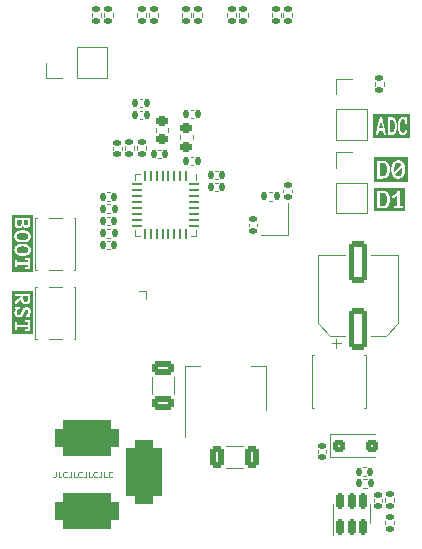
<source format=gbr>
%TF.GenerationSoftware,KiCad,Pcbnew,7.0.6*%
%TF.CreationDate,2023-08-18T05:18:53-04:00*%
%TF.ProjectId,esp-lightthing,6573702d-6c69-4676-9874-7468696e672e,rev?*%
%TF.SameCoordinates,Original*%
%TF.FileFunction,Legend,Top*%
%TF.FilePolarity,Positive*%
%FSLAX46Y46*%
G04 Gerber Fmt 4.6, Leading zero omitted, Abs format (unit mm)*
G04 Created by KiCad (PCBNEW 7.0.6) date 2023-08-18 05:18:53*
%MOMM*%
%LPD*%
G01*
G04 APERTURE LIST*
G04 Aperture macros list*
%AMRoundRect*
0 Rectangle with rounded corners*
0 $1 Rounding radius*
0 $2 $3 $4 $5 $6 $7 $8 $9 X,Y pos of 4 corners*
0 Add a 4 corners polygon primitive as box body*
4,1,4,$2,$3,$4,$5,$6,$7,$8,$9,$2,$3,0*
0 Add four circle primitives for the rounded corners*
1,1,$1+$1,$2,$3*
1,1,$1+$1,$4,$5*
1,1,$1+$1,$6,$7*
1,1,$1+$1,$8,$9*
0 Add four rect primitives between the rounded corners*
20,1,$1+$1,$2,$3,$4,$5,0*
20,1,$1+$1,$4,$5,$6,$7,0*
20,1,$1+$1,$6,$7,$8,$9,0*
20,1,$1+$1,$8,$9,$2,$3,0*%
G04 Aperture macros list end*
%ADD10C,0.125000*%
%ADD11C,0.300000*%
%ADD12C,0.120000*%
%ADD13R,0.350000X0.550000*%
%ADD14R,0.400000X0.350000*%
%ADD15R,2.450000X1.930000*%
%ADD16RoundRect,0.135000X0.135000X0.185000X-0.135000X0.185000X-0.135000X-0.185000X0.135000X-0.185000X0*%
%ADD17RoundRect,0.140000X0.170000X-0.140000X0.170000X0.140000X-0.170000X0.140000X-0.170000X-0.140000X0*%
%ADD18C,2.500000*%
%ADD19C,0.990600*%
%ADD20C,0.787400*%
%ADD21RoundRect,0.135000X0.185000X-0.135000X0.185000X0.135000X-0.185000X0.135000X-0.185000X-0.135000X0*%
%ADD22C,1.152000*%
%ADD23RoundRect,0.140000X0.140000X0.170000X-0.140000X0.170000X-0.140000X-0.170000X0.140000X-0.170000X0*%
%ADD24RoundRect,0.062500X-0.062500X0.375000X-0.062500X-0.375000X0.062500X-0.375000X0.062500X0.375000X0*%
%ADD25RoundRect,0.062500X-0.375000X0.062500X-0.375000X-0.062500X0.375000X-0.062500X0.375000X0.062500X0*%
%ADD26R,3.450000X3.450000*%
%ADD27RoundRect,0.150000X0.150000X-0.512500X0.150000X0.512500X-0.150000X0.512500X-0.150000X-0.512500X0*%
%ADD28RoundRect,0.140000X-0.170000X0.140000X-0.170000X-0.140000X0.170000X-0.140000X0.170000X0.140000X0*%
%ADD29RoundRect,0.135000X-0.135000X-0.185000X0.135000X-0.185000X0.135000X0.185000X-0.135000X0.185000X0*%
%ADD30C,3.200000*%
%ADD31RoundRect,0.250000X-0.300000X-0.300000X0.300000X-0.300000X0.300000X0.300000X-0.300000X0.300000X0*%
%ADD32RoundRect,0.140000X-0.140000X-0.170000X0.140000X-0.170000X0.140000X0.170000X-0.140000X0.170000X0*%
%ADD33R,0.650000X1.050000*%
%ADD34RoundRect,0.218750X-0.256250X0.218750X-0.256250X-0.218750X0.256250X-0.218750X0.256250X0.218750X0*%
%ADD35RoundRect,0.135000X-0.185000X0.135000X-0.185000X-0.135000X0.185000X-0.135000X0.185000X0.135000X0*%
%ADD36R,1.700000X1.700000*%
%ADD37O,1.700000X1.700000*%
%ADD38RoundRect,0.250000X0.550000X-1.500000X0.550000X1.500000X-0.550000X1.500000X-0.550000X-1.500000X0*%
%ADD39R,0.800000X0.900000*%
%ADD40RoundRect,0.250000X0.325000X0.650000X-0.325000X0.650000X-0.325000X-0.650000X0.325000X-0.650000X0*%
%ADD41RoundRect,0.250000X-0.650000X0.325000X-0.650000X-0.325000X0.650000X-0.325000X0.650000X0.325000X0*%
%ADD42RoundRect,0.750000X-2.000000X-0.750000X2.000000X-0.750000X2.000000X0.750000X-2.000000X0.750000X0*%
%ADD43RoundRect,0.750000X-0.750000X-2.000000X0.750000X-2.000000X0.750000X2.000000X-0.750000X2.000000X0*%
%ADD44R,1.500000X2.000000*%
%ADD45R,3.800000X2.000000*%
%ADD46R,3.700000X1.100000*%
%ADD47C,1.600000*%
G04 APERTURE END LIST*
D10*
X119254140Y-142272309D02*
X119254140Y-142629452D01*
X119254140Y-142629452D02*
X119230331Y-142700880D01*
X119230331Y-142700880D02*
X119182712Y-142748500D01*
X119182712Y-142748500D02*
X119111283Y-142772309D01*
X119111283Y-142772309D02*
X119063664Y-142772309D01*
X119730330Y-142772309D02*
X119492235Y-142772309D01*
X119492235Y-142772309D02*
X119492235Y-142272309D01*
X120182711Y-142724690D02*
X120158902Y-142748500D01*
X120158902Y-142748500D02*
X120087473Y-142772309D01*
X120087473Y-142772309D02*
X120039854Y-142772309D01*
X120039854Y-142772309D02*
X119968426Y-142748500D01*
X119968426Y-142748500D02*
X119920807Y-142700880D01*
X119920807Y-142700880D02*
X119896997Y-142653261D01*
X119896997Y-142653261D02*
X119873188Y-142558023D01*
X119873188Y-142558023D02*
X119873188Y-142486595D01*
X119873188Y-142486595D02*
X119896997Y-142391357D01*
X119896997Y-142391357D02*
X119920807Y-142343738D01*
X119920807Y-142343738D02*
X119968426Y-142296119D01*
X119968426Y-142296119D02*
X120039854Y-142272309D01*
X120039854Y-142272309D02*
X120087473Y-142272309D01*
X120087473Y-142272309D02*
X120158902Y-142296119D01*
X120158902Y-142296119D02*
X120182711Y-142319928D01*
X120539854Y-142272309D02*
X120539854Y-142629452D01*
X120539854Y-142629452D02*
X120516045Y-142700880D01*
X120516045Y-142700880D02*
X120468426Y-142748500D01*
X120468426Y-142748500D02*
X120396997Y-142772309D01*
X120396997Y-142772309D02*
X120349378Y-142772309D01*
X121016044Y-142772309D02*
X120777949Y-142772309D01*
X120777949Y-142772309D02*
X120777949Y-142272309D01*
X121468425Y-142724690D02*
X121444616Y-142748500D01*
X121444616Y-142748500D02*
X121373187Y-142772309D01*
X121373187Y-142772309D02*
X121325568Y-142772309D01*
X121325568Y-142772309D02*
X121254140Y-142748500D01*
X121254140Y-142748500D02*
X121206521Y-142700880D01*
X121206521Y-142700880D02*
X121182711Y-142653261D01*
X121182711Y-142653261D02*
X121158902Y-142558023D01*
X121158902Y-142558023D02*
X121158902Y-142486595D01*
X121158902Y-142486595D02*
X121182711Y-142391357D01*
X121182711Y-142391357D02*
X121206521Y-142343738D01*
X121206521Y-142343738D02*
X121254140Y-142296119D01*
X121254140Y-142296119D02*
X121325568Y-142272309D01*
X121325568Y-142272309D02*
X121373187Y-142272309D01*
X121373187Y-142272309D02*
X121444616Y-142296119D01*
X121444616Y-142296119D02*
X121468425Y-142319928D01*
X121825568Y-142272309D02*
X121825568Y-142629452D01*
X121825568Y-142629452D02*
X121801759Y-142700880D01*
X121801759Y-142700880D02*
X121754140Y-142748500D01*
X121754140Y-142748500D02*
X121682711Y-142772309D01*
X121682711Y-142772309D02*
X121635092Y-142772309D01*
X122301758Y-142772309D02*
X122063663Y-142772309D01*
X122063663Y-142772309D02*
X122063663Y-142272309D01*
X122754139Y-142724690D02*
X122730330Y-142748500D01*
X122730330Y-142748500D02*
X122658901Y-142772309D01*
X122658901Y-142772309D02*
X122611282Y-142772309D01*
X122611282Y-142772309D02*
X122539854Y-142748500D01*
X122539854Y-142748500D02*
X122492235Y-142700880D01*
X122492235Y-142700880D02*
X122468425Y-142653261D01*
X122468425Y-142653261D02*
X122444616Y-142558023D01*
X122444616Y-142558023D02*
X122444616Y-142486595D01*
X122444616Y-142486595D02*
X122468425Y-142391357D01*
X122468425Y-142391357D02*
X122492235Y-142343738D01*
X122492235Y-142343738D02*
X122539854Y-142296119D01*
X122539854Y-142296119D02*
X122611282Y-142272309D01*
X122611282Y-142272309D02*
X122658901Y-142272309D01*
X122658901Y-142272309D02*
X122730330Y-142296119D01*
X122730330Y-142296119D02*
X122754139Y-142319928D01*
X123111282Y-142272309D02*
X123111282Y-142629452D01*
X123111282Y-142629452D02*
X123087473Y-142700880D01*
X123087473Y-142700880D02*
X123039854Y-142748500D01*
X123039854Y-142748500D02*
X122968425Y-142772309D01*
X122968425Y-142772309D02*
X122920806Y-142772309D01*
X123587472Y-142772309D02*
X123349377Y-142772309D01*
X123349377Y-142772309D02*
X123349377Y-142272309D01*
X124039853Y-142724690D02*
X124016044Y-142748500D01*
X124016044Y-142748500D02*
X123944615Y-142772309D01*
X123944615Y-142772309D02*
X123896996Y-142772309D01*
X123896996Y-142772309D02*
X123825568Y-142748500D01*
X123825568Y-142748500D02*
X123777949Y-142700880D01*
X123777949Y-142700880D02*
X123754139Y-142653261D01*
X123754139Y-142653261D02*
X123730330Y-142558023D01*
X123730330Y-142558023D02*
X123730330Y-142486595D01*
X123730330Y-142486595D02*
X123754139Y-142391357D01*
X123754139Y-142391357D02*
X123777949Y-142343738D01*
X123777949Y-142343738D02*
X123825568Y-142296119D01*
X123825568Y-142296119D02*
X123896996Y-142272309D01*
X123896996Y-142272309D02*
X123944615Y-142272309D01*
X123944615Y-142272309D02*
X124016044Y-142296119D01*
X124016044Y-142296119D02*
X124039853Y-142319928D01*
D11*
G36*
X116475382Y-123204454D02*
G01*
X116503834Y-123205360D01*
X116531470Y-123206870D01*
X116558290Y-123208984D01*
X116584295Y-123211702D01*
X116609484Y-123215023D01*
X116633857Y-123218949D01*
X116657415Y-123223478D01*
X116680157Y-123228612D01*
X116702083Y-123234349D01*
X116723193Y-123240690D01*
X116743488Y-123247635D01*
X116762966Y-123255184D01*
X116781630Y-123263338D01*
X116799477Y-123272094D01*
X116816509Y-123281455D01*
X116832657Y-123291393D01*
X116847764Y-123301880D01*
X116861829Y-123312917D01*
X116874852Y-123324503D01*
X116886833Y-123336639D01*
X116897773Y-123349324D01*
X116907670Y-123362559D01*
X116916526Y-123376344D01*
X116924340Y-123390678D01*
X116931112Y-123405561D01*
X116936842Y-123420994D01*
X116941530Y-123436977D01*
X116945177Y-123453509D01*
X116947781Y-123470591D01*
X116949344Y-123488222D01*
X116949865Y-123506403D01*
X116949476Y-123522766D01*
X116948307Y-123538607D01*
X116946359Y-123553927D01*
X116943631Y-123568725D01*
X116938783Y-123587644D01*
X116932549Y-123605636D01*
X116924929Y-123622701D01*
X116915925Y-123638838D01*
X116905535Y-123654048D01*
X116902737Y-123657732D01*
X116890993Y-123671960D01*
X116878368Y-123685375D01*
X116864861Y-123697978D01*
X116850473Y-123709767D01*
X116835203Y-123720744D01*
X116819051Y-123730907D01*
X116802018Y-123740258D01*
X116788665Y-123746738D01*
X116779574Y-123750874D01*
X116765681Y-123756788D01*
X116751479Y-123762354D01*
X116736967Y-123767573D01*
X116722147Y-123772444D01*
X116707017Y-123776967D01*
X116691578Y-123781142D01*
X116675830Y-123784969D01*
X116659773Y-123788449D01*
X116643407Y-123791581D01*
X116626732Y-123794365D01*
X116615508Y-123796051D01*
X116598655Y-123798376D01*
X116581784Y-123800456D01*
X116564893Y-123802292D01*
X116547982Y-123803882D01*
X116531052Y-123805228D01*
X116514103Y-123806329D01*
X116497135Y-123807186D01*
X116480148Y-123807798D01*
X116463141Y-123808165D01*
X116446114Y-123808287D01*
X116434801Y-123808233D01*
X116417827Y-123807947D01*
X116400845Y-123807417D01*
X116383858Y-123806642D01*
X116366864Y-123805622D01*
X116349863Y-123804358D01*
X116332856Y-123802849D01*
X116315843Y-123801095D01*
X116298823Y-123799097D01*
X116281797Y-123796853D01*
X116264764Y-123794365D01*
X116253481Y-123792548D01*
X116236836Y-123789532D01*
X116220525Y-123786168D01*
X116204550Y-123782456D01*
X116188909Y-123778397D01*
X116173604Y-123773990D01*
X116158633Y-123769235D01*
X116143997Y-123764132D01*
X116129696Y-123758682D01*
X116115730Y-123752884D01*
X116102098Y-123746738D01*
X116084576Y-123738014D01*
X116067912Y-123728511D01*
X116052107Y-123718230D01*
X116037160Y-123707171D01*
X116023072Y-123695333D01*
X116009843Y-123682716D01*
X115997473Y-123669321D01*
X115985961Y-123655147D01*
X115983233Y-123651475D01*
X115973190Y-123636156D01*
X115964532Y-123619830D01*
X115957259Y-123602496D01*
X115951371Y-123584155D01*
X115947865Y-123569738D01*
X115945137Y-123554755D01*
X115943189Y-123539204D01*
X115942020Y-123523087D01*
X115941631Y-123506403D01*
X115941674Y-123500756D01*
X115942323Y-123484198D01*
X115943752Y-123468213D01*
X115945960Y-123452801D01*
X115948947Y-123437962D01*
X115952713Y-123423696D01*
X115958947Y-123405567D01*
X115966566Y-123388457D01*
X115975571Y-123372365D01*
X115985961Y-123357293D01*
X115988758Y-123353676D01*
X116000485Y-123339688D01*
X116013070Y-123326468D01*
X116026514Y-123314014D01*
X116040816Y-123302328D01*
X116055977Y-123291408D01*
X116071997Y-123281256D01*
X116088876Y-123271871D01*
X116102098Y-123265335D01*
X116111149Y-123261244D01*
X116125003Y-123255391D01*
X116139193Y-123249879D01*
X116153717Y-123244709D01*
X116168576Y-123239880D01*
X116183770Y-123235393D01*
X116199299Y-123231246D01*
X116215163Y-123227441D01*
X116231362Y-123223978D01*
X116247895Y-123220855D01*
X116264764Y-123218074D01*
X116276120Y-123216389D01*
X116293148Y-123214064D01*
X116310170Y-123211984D01*
X116327186Y-123210148D01*
X116344195Y-123208557D01*
X116361198Y-123207212D01*
X116378194Y-123206110D01*
X116395184Y-123205254D01*
X116412167Y-123204642D01*
X116429144Y-123204275D01*
X116446114Y-123204153D01*
X116475382Y-123204454D01*
G37*
G36*
X116475382Y-122058467D02*
G01*
X116503834Y-122059373D01*
X116531470Y-122060883D01*
X116558290Y-122062996D01*
X116584295Y-122065714D01*
X116609484Y-122069036D01*
X116633857Y-122072961D01*
X116657415Y-122077491D01*
X116680157Y-122082624D01*
X116702083Y-122088361D01*
X116723193Y-122094703D01*
X116743488Y-122101648D01*
X116762966Y-122109197D01*
X116781630Y-122117350D01*
X116799477Y-122126107D01*
X116816509Y-122135468D01*
X116832657Y-122145406D01*
X116847764Y-122155893D01*
X116861829Y-122166929D01*
X116874852Y-122178516D01*
X116886833Y-122190652D01*
X116897773Y-122203337D01*
X116907670Y-122216572D01*
X116916526Y-122230356D01*
X116924340Y-122244690D01*
X116931112Y-122259574D01*
X116936842Y-122275007D01*
X116941530Y-122290990D01*
X116945177Y-122307522D01*
X116947781Y-122324603D01*
X116949344Y-122342235D01*
X116949865Y-122360416D01*
X116949476Y-122376779D01*
X116948307Y-122392620D01*
X116946359Y-122407940D01*
X116943631Y-122422738D01*
X116938783Y-122441657D01*
X116932549Y-122459649D01*
X116924929Y-122476713D01*
X116915925Y-122492851D01*
X116905535Y-122508060D01*
X116902737Y-122511744D01*
X116890993Y-122525973D01*
X116878368Y-122539388D01*
X116864861Y-122551990D01*
X116850473Y-122563780D01*
X116835203Y-122574756D01*
X116819051Y-122584920D01*
X116802018Y-122594271D01*
X116788665Y-122600751D01*
X116779574Y-122604886D01*
X116765681Y-122610801D01*
X116751479Y-122616367D01*
X116736967Y-122621585D01*
X116722147Y-122626456D01*
X116707017Y-122630979D01*
X116691578Y-122635154D01*
X116675830Y-122638982D01*
X116659773Y-122642462D01*
X116643407Y-122645594D01*
X116626732Y-122648378D01*
X116615508Y-122650064D01*
X116598655Y-122652389D01*
X116581784Y-122654469D01*
X116564893Y-122656304D01*
X116547982Y-122657895D01*
X116531052Y-122659241D01*
X116514103Y-122660342D01*
X116497135Y-122661199D01*
X116480148Y-122661810D01*
X116463141Y-122662177D01*
X116446114Y-122662300D01*
X116434801Y-122662245D01*
X116417827Y-122661960D01*
X116400845Y-122661430D01*
X116383858Y-122660655D01*
X116366864Y-122659635D01*
X116349863Y-122658371D01*
X116332856Y-122656862D01*
X116315843Y-122655108D01*
X116298823Y-122653109D01*
X116281797Y-122650866D01*
X116264764Y-122648378D01*
X116253481Y-122646560D01*
X116236836Y-122643544D01*
X116220525Y-122640181D01*
X116204550Y-122636469D01*
X116188909Y-122632410D01*
X116173604Y-122628002D01*
X116158633Y-122623248D01*
X116143997Y-122618145D01*
X116129696Y-122612695D01*
X116115730Y-122606896D01*
X116102098Y-122600751D01*
X116084576Y-122592027D01*
X116067912Y-122582524D01*
X116052107Y-122572243D01*
X116037160Y-122561183D01*
X116023072Y-122549345D01*
X116009843Y-122536728D01*
X115997473Y-122523333D01*
X115985961Y-122509159D01*
X115983233Y-122505487D01*
X115973190Y-122490169D01*
X115964532Y-122473843D01*
X115957259Y-122456509D01*
X115951371Y-122438168D01*
X115947865Y-122423751D01*
X115945137Y-122408767D01*
X115943189Y-122393217D01*
X115942020Y-122377099D01*
X115941631Y-122360416D01*
X115941674Y-122354769D01*
X115942323Y-122338210D01*
X115943752Y-122322225D01*
X115945960Y-122306813D01*
X115948947Y-122291975D01*
X115952713Y-122277709D01*
X115958947Y-122259580D01*
X115966566Y-122242469D01*
X115975571Y-122226378D01*
X115985961Y-122211305D01*
X115988758Y-122207689D01*
X116000485Y-122193701D01*
X116013070Y-122180480D01*
X116026514Y-122168027D01*
X116040816Y-122156340D01*
X116055977Y-122145421D01*
X116071997Y-122135269D01*
X116088876Y-122125883D01*
X116102098Y-122119348D01*
X116111149Y-122115256D01*
X116125003Y-122109403D01*
X116139193Y-122103892D01*
X116153717Y-122098722D01*
X116168576Y-122093893D01*
X116183770Y-122089405D01*
X116199299Y-122085259D01*
X116215163Y-122081454D01*
X116231362Y-122077990D01*
X116247895Y-122074868D01*
X116264764Y-122072087D01*
X116276120Y-122070401D01*
X116293148Y-122068076D01*
X116310170Y-122065996D01*
X116327186Y-122064161D01*
X116344195Y-122062570D01*
X116361198Y-122061224D01*
X116378194Y-122060123D01*
X116395184Y-122059266D01*
X116412167Y-122058655D01*
X116429144Y-122058287D01*
X116446114Y-122058165D01*
X116475382Y-122058467D01*
G37*
G36*
X116363682Y-121212230D02*
G01*
X116363635Y-121220097D01*
X116363254Y-121235502D01*
X116362493Y-121250466D01*
X116360637Y-121272085D01*
X116357925Y-121292712D01*
X116354356Y-121312348D01*
X116349930Y-121330991D01*
X116344649Y-121348643D01*
X116338510Y-121365304D01*
X116331515Y-121380972D01*
X116323664Y-121395649D01*
X116314956Y-121409334D01*
X116308659Y-121417896D01*
X116298441Y-121429704D01*
X116287295Y-121440269D01*
X116275223Y-121449591D01*
X116262222Y-121457670D01*
X116248295Y-121464506D01*
X116233440Y-121470099D01*
X116217658Y-121474449D01*
X116200948Y-121477556D01*
X116183311Y-121479421D01*
X116164747Y-121480042D01*
X116152266Y-121479766D01*
X116134312Y-121478316D01*
X116117279Y-121475623D01*
X116101168Y-121471687D01*
X116085977Y-121466508D01*
X116071707Y-121460086D01*
X116058358Y-121452422D01*
X116045930Y-121443514D01*
X116034422Y-121433364D01*
X116023836Y-121421970D01*
X116014171Y-121409334D01*
X116008226Y-121400321D01*
X116000028Y-121385975D01*
X115992693Y-121370637D01*
X115986221Y-121354307D01*
X115980611Y-121336986D01*
X115975865Y-121318672D01*
X115971982Y-121299367D01*
X115968961Y-121279071D01*
X115966804Y-121257782D01*
X115965845Y-121243039D01*
X115965270Y-121227855D01*
X115965078Y-121212230D01*
X115965078Y-120996808D01*
X116363682Y-120996808D01*
X116363682Y-121212230D01*
G37*
G36*
X116926418Y-121188416D02*
G01*
X116926394Y-121193953D01*
X116926029Y-121210513D01*
X116925226Y-121226995D01*
X116923985Y-121243400D01*
X116922306Y-121259727D01*
X116920190Y-121275977D01*
X116919355Y-121281393D01*
X116916183Y-121297226D01*
X116912005Y-121312442D01*
X116906823Y-121327039D01*
X116900636Y-121341018D01*
X116893445Y-121354379D01*
X116890858Y-121358724D01*
X116882271Y-121371140D01*
X116872448Y-121382629D01*
X116861388Y-121393191D01*
X116849092Y-121402825D01*
X116835560Y-121411532D01*
X116820773Y-121419127D01*
X116804441Y-121425151D01*
X116789651Y-121428970D01*
X116773787Y-121431698D01*
X116756850Y-121433335D01*
X116738839Y-121433880D01*
X116720820Y-121433335D01*
X116703856Y-121431698D01*
X116687947Y-121428970D01*
X116673094Y-121425151D01*
X116656664Y-121419127D01*
X116641753Y-121411532D01*
X116637148Y-121408733D01*
X116624122Y-121399717D01*
X116612281Y-121389774D01*
X116601624Y-121378903D01*
X116592153Y-121367105D01*
X116583867Y-121354379D01*
X116581403Y-121349994D01*
X116574662Y-121336427D01*
X116568901Y-121322242D01*
X116564118Y-121307439D01*
X116560314Y-121292017D01*
X116557489Y-121275977D01*
X116556735Y-121270569D01*
X116554764Y-121254293D01*
X116553231Y-121237940D01*
X116552137Y-121221509D01*
X116551480Y-121205001D01*
X116551261Y-121188416D01*
X116551261Y-120996808D01*
X116926418Y-120996808D01*
X116926418Y-121188416D01*
G37*
G36*
X117351730Y-125343683D02*
G01*
X115539766Y-125343683D01*
X115539766Y-124970761D01*
X115777500Y-124970761D01*
X115965078Y-124970761D01*
X115965078Y-124757171D01*
X116926418Y-124757171D01*
X116926418Y-124938521D01*
X116628930Y-124938521D01*
X116628930Y-125129397D01*
X117113996Y-125129397D01*
X117113996Y-124170988D01*
X116628930Y-124170988D01*
X116628930Y-124360765D01*
X116926418Y-124360765D01*
X116926418Y-124543947D01*
X115965078Y-124543947D01*
X115965078Y-124331822D01*
X115777500Y-124331822D01*
X115777500Y-124970761D01*
X115539766Y-124970761D01*
X115539766Y-123506403D01*
X115754052Y-123506403D01*
X115754109Y-123515177D01*
X115754561Y-123532473D01*
X115755465Y-123549435D01*
X115756822Y-123566061D01*
X115758631Y-123582353D01*
X115760892Y-123598310D01*
X115763606Y-123613932D01*
X115766771Y-123629219D01*
X115770389Y-123644171D01*
X115774459Y-123658789D01*
X115778981Y-123673071D01*
X115783956Y-123687019D01*
X115792266Y-123707312D01*
X115801593Y-123726852D01*
X115811938Y-123745639D01*
X115819325Y-123757810D01*
X115830975Y-123775515D01*
X115843308Y-123792556D01*
X115856323Y-123808934D01*
X115870021Y-123824649D01*
X115884401Y-123839700D01*
X115899464Y-123854088D01*
X115915210Y-123867813D01*
X115931639Y-123880875D01*
X115948750Y-123893273D01*
X115966543Y-123905007D01*
X115972638Y-123908776D01*
X115991239Y-123919696D01*
X116010316Y-123930037D01*
X116029870Y-123939798D01*
X116043171Y-123945983D01*
X116056683Y-123951911D01*
X116070408Y-123957581D01*
X116084344Y-123962993D01*
X116098492Y-123968148D01*
X116112852Y-123973045D01*
X116127423Y-123977685D01*
X116142207Y-123982067D01*
X116157202Y-123986191D01*
X116172409Y-123990058D01*
X116187827Y-123993668D01*
X116203437Y-123997039D01*
X116219123Y-124000193D01*
X116234887Y-124003130D01*
X116250728Y-124005849D01*
X116266646Y-124008351D01*
X116282641Y-124010635D01*
X116298714Y-124012701D01*
X116314864Y-124014550D01*
X116331092Y-124016182D01*
X116347396Y-124017596D01*
X116363778Y-124018792D01*
X116380237Y-124019771D01*
X116396774Y-124020532D01*
X116413388Y-124021076D01*
X116430079Y-124021402D01*
X116446847Y-124021511D01*
X116463572Y-124021402D01*
X116480226Y-124021076D01*
X116496809Y-124020532D01*
X116513319Y-124019771D01*
X116529758Y-124018792D01*
X116546126Y-124017596D01*
X116562422Y-124016182D01*
X116578647Y-124014550D01*
X116594800Y-124012701D01*
X116610881Y-124010635D01*
X116626891Y-124008351D01*
X116642829Y-124005849D01*
X116658696Y-124003130D01*
X116674491Y-124000193D01*
X116690215Y-123997039D01*
X116705867Y-123993668D01*
X116721411Y-123990054D01*
X116736721Y-123986174D01*
X116751797Y-123982028D01*
X116766637Y-123977616D01*
X116781243Y-123972938D01*
X116795614Y-123967993D01*
X116809751Y-123962783D01*
X116823653Y-123957306D01*
X116837320Y-123951563D01*
X116850752Y-123945554D01*
X116870461Y-123936041D01*
X116889641Y-123925929D01*
X116908294Y-123915218D01*
X116926418Y-123903908D01*
X116938179Y-123896070D01*
X116955273Y-123883771D01*
X116971710Y-123870821D01*
X116987490Y-123857221D01*
X117002613Y-123842970D01*
X117017079Y-123828069D01*
X117030889Y-123812518D01*
X117044042Y-123796316D01*
X117056537Y-123779463D01*
X117068376Y-123761960D01*
X117079558Y-123743807D01*
X117086568Y-123731331D01*
X117096234Y-123712026D01*
X117104883Y-123692012D01*
X117110084Y-123678277D01*
X117114832Y-123664226D01*
X117119128Y-123649860D01*
X117122972Y-123635180D01*
X117126364Y-123620185D01*
X117129304Y-123604875D01*
X117131791Y-123589250D01*
X117133826Y-123573310D01*
X117135409Y-123557056D01*
X117136539Y-123540486D01*
X117137218Y-123523602D01*
X117137444Y-123506403D01*
X117137387Y-123497742D01*
X117136935Y-123480657D01*
X117136030Y-123463890D01*
X117134674Y-123447441D01*
X117132865Y-123431309D01*
X117130604Y-123415496D01*
X117127890Y-123400000D01*
X117124725Y-123384821D01*
X117121107Y-123369961D01*
X117117037Y-123355418D01*
X117112514Y-123341192D01*
X117107540Y-123327285D01*
X117099230Y-123307019D01*
X117089903Y-123287469D01*
X117079558Y-123268633D01*
X117072176Y-123256461D01*
X117060557Y-123238756D01*
X117048280Y-123221715D01*
X117035346Y-123205337D01*
X117021756Y-123189622D01*
X117007508Y-123174571D01*
X116992604Y-123160183D01*
X116977043Y-123146458D01*
X116960825Y-123133397D01*
X116943950Y-123120999D01*
X116926418Y-123109264D01*
X116908294Y-123098207D01*
X116889641Y-123087703D01*
X116870461Y-123077753D01*
X116850752Y-123068357D01*
X116837320Y-123062401D01*
X116823653Y-123056691D01*
X116809751Y-123051227D01*
X116795614Y-123046009D01*
X116781243Y-123041037D01*
X116766637Y-123036312D01*
X116751797Y-123031832D01*
X116736721Y-123027599D01*
X116721411Y-123023612D01*
X116705867Y-123019871D01*
X116690215Y-123016366D01*
X116674491Y-123013088D01*
X116658696Y-123010035D01*
X116642829Y-123007209D01*
X116626891Y-123004608D01*
X116610881Y-123002234D01*
X116594800Y-123000086D01*
X116578647Y-122998164D01*
X116562422Y-122996468D01*
X116546126Y-122994999D01*
X116529758Y-122993755D01*
X116513319Y-122992737D01*
X116496809Y-122991946D01*
X116480226Y-122991381D01*
X116463572Y-122991042D01*
X116446847Y-122990929D01*
X116430079Y-122991036D01*
X116413388Y-122991358D01*
X116396774Y-122991895D01*
X116380237Y-122992646D01*
X116363778Y-122993612D01*
X116347396Y-122994792D01*
X116331092Y-122996188D01*
X116314864Y-122997798D01*
X116298714Y-122999622D01*
X116282641Y-123001662D01*
X116266646Y-123003916D01*
X116250728Y-123006384D01*
X116234887Y-123009068D01*
X116219123Y-123011966D01*
X116203437Y-123015078D01*
X116187827Y-123018406D01*
X116172409Y-123021928D01*
X116157202Y-123025716D01*
X116142207Y-123029770D01*
X116127423Y-123034091D01*
X116112852Y-123038678D01*
X116098492Y-123043530D01*
X116084344Y-123048649D01*
X116070408Y-123054035D01*
X116056683Y-123059686D01*
X116043171Y-123065604D01*
X116023299Y-123074979D01*
X116003904Y-123084954D01*
X115984985Y-123095527D01*
X115966543Y-123106700D01*
X115954605Y-123114536D01*
X115937267Y-123126828D01*
X115920611Y-123139764D01*
X115904637Y-123153344D01*
X115889347Y-123167568D01*
X115874738Y-123182435D01*
X115860813Y-123197947D01*
X115847570Y-123214103D01*
X115835010Y-123230903D01*
X115823133Y-123248347D01*
X115811938Y-123266434D01*
X115804928Y-123278921D01*
X115795262Y-123298278D01*
X115786613Y-123318389D01*
X115781412Y-123332215D01*
X115776664Y-123346376D01*
X115772368Y-123360872D01*
X115768524Y-123375703D01*
X115765132Y-123390868D01*
X115762192Y-123406368D01*
X115759705Y-123422204D01*
X115757670Y-123438374D01*
X115756087Y-123454879D01*
X115754957Y-123471719D01*
X115754278Y-123488893D01*
X115754052Y-123506403D01*
X115539766Y-123506403D01*
X115539766Y-122360416D01*
X115754052Y-122360416D01*
X115754109Y-122369189D01*
X115754561Y-122386486D01*
X115755465Y-122403447D01*
X115756822Y-122420074D01*
X115758631Y-122436366D01*
X115760892Y-122452323D01*
X115763606Y-122467945D01*
X115766771Y-122483232D01*
X115770389Y-122498184D01*
X115774459Y-122512801D01*
X115778981Y-122527084D01*
X115783956Y-122541031D01*
X115792266Y-122561325D01*
X115801593Y-122580865D01*
X115811938Y-122599651D01*
X115819325Y-122611823D01*
X115830975Y-122629528D01*
X115843308Y-122646569D01*
X115856323Y-122662947D01*
X115870021Y-122678662D01*
X115884401Y-122693713D01*
X115899464Y-122708101D01*
X115915210Y-122721826D01*
X115931639Y-122734887D01*
X115948750Y-122747285D01*
X115966543Y-122759020D01*
X115972638Y-122762789D01*
X115991239Y-122773709D01*
X116010316Y-122784049D01*
X116029870Y-122793810D01*
X116043171Y-122799995D01*
X116056683Y-122805923D01*
X116070408Y-122811593D01*
X116084344Y-122817006D01*
X116098492Y-122822161D01*
X116112852Y-122827058D01*
X116127423Y-122831697D01*
X116142207Y-122836079D01*
X116157202Y-122840204D01*
X116172409Y-122844071D01*
X116187827Y-122847680D01*
X116203437Y-122851052D01*
X116219123Y-122854206D01*
X116234887Y-122857143D01*
X116250728Y-122859862D01*
X116266646Y-122862363D01*
X116282641Y-122864647D01*
X116298714Y-122866714D01*
X116314864Y-122868563D01*
X116331092Y-122870194D01*
X116347396Y-122871608D01*
X116363778Y-122872805D01*
X116380237Y-122873784D01*
X116396774Y-122874545D01*
X116413388Y-122875089D01*
X116430079Y-122875415D01*
X116446847Y-122875524D01*
X116463572Y-122875415D01*
X116480226Y-122875089D01*
X116496809Y-122874545D01*
X116513319Y-122873784D01*
X116529758Y-122872805D01*
X116546126Y-122871608D01*
X116562422Y-122870194D01*
X116578647Y-122868563D01*
X116594800Y-122866714D01*
X116610881Y-122864647D01*
X116626891Y-122862363D01*
X116642829Y-122859862D01*
X116658696Y-122857143D01*
X116674491Y-122854206D01*
X116690215Y-122851052D01*
X116705867Y-122847680D01*
X116721411Y-122844067D01*
X116736721Y-122840187D01*
X116751797Y-122836041D01*
X116766637Y-122831629D01*
X116781243Y-122826950D01*
X116795614Y-122822006D01*
X116809751Y-122816795D01*
X116823653Y-122811318D01*
X116837320Y-122805575D01*
X116850752Y-122799566D01*
X116870461Y-122790053D01*
X116889641Y-122779941D01*
X116908294Y-122769231D01*
X116926418Y-122757921D01*
X116938179Y-122750083D01*
X116955273Y-122737783D01*
X116971710Y-122724834D01*
X116987490Y-122711233D01*
X117002613Y-122696983D01*
X117017079Y-122682082D01*
X117030889Y-122666530D01*
X117044042Y-122650328D01*
X117056537Y-122633476D01*
X117068376Y-122615973D01*
X117079558Y-122597820D01*
X117086568Y-122585343D01*
X117096234Y-122566038D01*
X117104883Y-122546025D01*
X117110084Y-122532289D01*
X117114832Y-122518238D01*
X117119128Y-122503873D01*
X117122972Y-122489193D01*
X117126364Y-122474197D01*
X117129304Y-122458887D01*
X117131791Y-122443263D01*
X117133826Y-122427323D01*
X117135409Y-122411068D01*
X117136539Y-122394499D01*
X117137218Y-122377615D01*
X117137444Y-122360416D01*
X117137387Y-122351754D01*
X117136935Y-122334670D01*
X117136030Y-122317903D01*
X117134674Y-122301453D01*
X117132865Y-122285322D01*
X117130604Y-122269508D01*
X117127890Y-122254012D01*
X117124725Y-122238834D01*
X117121107Y-122223973D01*
X117117037Y-122209430D01*
X117112514Y-122195205D01*
X117107540Y-122181297D01*
X117099230Y-122161032D01*
X117089903Y-122141481D01*
X117079558Y-122122645D01*
X117072176Y-122110474D01*
X117060557Y-122092769D01*
X117048280Y-122075728D01*
X117035346Y-122059350D01*
X117021756Y-122043635D01*
X117007508Y-122028584D01*
X116992604Y-122014196D01*
X116977043Y-122000471D01*
X116960825Y-121987410D01*
X116943950Y-121975011D01*
X116926418Y-121963277D01*
X116908294Y-121952219D01*
X116889641Y-121941716D01*
X116870461Y-121931766D01*
X116850752Y-121922370D01*
X116837320Y-121916414D01*
X116823653Y-121910703D01*
X116809751Y-121905239D01*
X116795614Y-121900022D01*
X116781243Y-121895050D01*
X116766637Y-121890324D01*
X116751797Y-121885845D01*
X116736721Y-121881612D01*
X116721411Y-121877625D01*
X116705867Y-121873884D01*
X116690215Y-121870379D01*
X116674491Y-121867100D01*
X116658696Y-121864048D01*
X116642829Y-121861221D01*
X116626891Y-121858621D01*
X116610881Y-121856247D01*
X116594800Y-121854099D01*
X116578647Y-121852177D01*
X116562422Y-121850481D01*
X116546126Y-121849011D01*
X116529758Y-121847768D01*
X116513319Y-121846750D01*
X116496809Y-121845959D01*
X116480226Y-121845393D01*
X116463572Y-121845054D01*
X116446847Y-121844941D01*
X116430079Y-121845048D01*
X116413388Y-121845370D01*
X116396774Y-121845907D01*
X116380237Y-121846658D01*
X116363778Y-121847624D01*
X116347396Y-121848805D01*
X116331092Y-121850200D01*
X116314864Y-121851810D01*
X116298714Y-121853635D01*
X116282641Y-121855674D01*
X116266646Y-121857928D01*
X116250728Y-121860397D01*
X116234887Y-121863080D01*
X116219123Y-121865978D01*
X116203437Y-121869091D01*
X116187827Y-121872418D01*
X116172409Y-121875940D01*
X116157202Y-121879728D01*
X116142207Y-121883783D01*
X116127423Y-121888103D01*
X116112852Y-121892690D01*
X116098492Y-121897543D01*
X116084344Y-121902662D01*
X116070408Y-121908047D01*
X116056683Y-121913699D01*
X116043171Y-121919616D01*
X116023299Y-121928992D01*
X116003904Y-121938966D01*
X115984985Y-121949540D01*
X115966543Y-121960712D01*
X115954605Y-121968549D01*
X115937267Y-121980841D01*
X115920611Y-121993777D01*
X115904637Y-122007356D01*
X115889347Y-122021580D01*
X115874738Y-122036448D01*
X115860813Y-122051960D01*
X115847570Y-122068116D01*
X115835010Y-122084915D01*
X115823133Y-122102359D01*
X115811938Y-122120447D01*
X115804928Y-122132933D01*
X115795262Y-122152291D01*
X115786613Y-122172402D01*
X115781412Y-122186228D01*
X115776664Y-122200389D01*
X115772368Y-122214885D01*
X115768524Y-122229715D01*
X115765132Y-122244881D01*
X115762192Y-122260381D01*
X115759705Y-122276216D01*
X115757670Y-122292386D01*
X115756087Y-122308891D01*
X115754957Y-122325731D01*
X115754278Y-122342906D01*
X115754052Y-122360416D01*
X115539766Y-122360416D01*
X115539766Y-120783584D01*
X115777500Y-120783584D01*
X115777500Y-120996808D01*
X115777500Y-121212230D01*
X115777859Y-121240533D01*
X115778936Y-121268015D01*
X115780732Y-121294675D01*
X115783247Y-121320514D01*
X115786480Y-121345531D01*
X115790431Y-121369727D01*
X115795101Y-121393101D01*
X115800489Y-121415654D01*
X115806595Y-121437385D01*
X115813420Y-121458295D01*
X115820964Y-121478384D01*
X115829226Y-121497651D01*
X115838206Y-121516096D01*
X115847904Y-121533720D01*
X115858321Y-121550523D01*
X115869457Y-121566504D01*
X115881348Y-121581632D01*
X115893940Y-121595785D01*
X115907234Y-121608961D01*
X115921229Y-121621161D01*
X115935925Y-121632385D01*
X115951322Y-121642634D01*
X115967421Y-121651906D01*
X115984221Y-121660202D01*
X116001722Y-121667522D01*
X116019924Y-121673866D01*
X116038827Y-121679234D01*
X116058432Y-121683626D01*
X116078738Y-121687042D01*
X116099745Y-121689482D01*
X116121454Y-121690946D01*
X116143864Y-121691434D01*
X116160114Y-121691187D01*
X116175892Y-121690444D01*
X116191198Y-121689206D01*
X116206031Y-121687473D01*
X116227396Y-121683945D01*
X116247698Y-121679303D01*
X116266937Y-121673547D01*
X116285114Y-121666676D01*
X116302229Y-121658692D01*
X116318280Y-121649593D01*
X116333269Y-121639380D01*
X116347196Y-121628053D01*
X116356047Y-121619875D01*
X116368858Y-121606646D01*
X116381108Y-121592264D01*
X116392797Y-121576730D01*
X116403927Y-121560043D01*
X116414496Y-121542203D01*
X116424505Y-121523210D01*
X116430866Y-121509908D01*
X116436978Y-121496094D01*
X116442841Y-121481767D01*
X116448456Y-121466928D01*
X116453821Y-121451576D01*
X116458937Y-121435712D01*
X116463746Y-121448648D01*
X116471645Y-121467274D01*
X116480369Y-121484965D01*
X116489918Y-121501723D01*
X116500290Y-121517547D01*
X116511487Y-121532438D01*
X116523509Y-121546394D01*
X116536354Y-121559417D01*
X116550024Y-121571506D01*
X116564519Y-121582661D01*
X116579837Y-121592882D01*
X116590437Y-121599182D01*
X116606590Y-121607870D01*
X116623045Y-121615643D01*
X116639803Y-121622501D01*
X116656864Y-121628446D01*
X116674227Y-121633475D01*
X116691893Y-121637590D01*
X116709862Y-121640791D01*
X116728133Y-121643077D01*
X116746707Y-121644449D01*
X116765584Y-121644906D01*
X116778982Y-121644749D01*
X116798489Y-121643922D01*
X116817287Y-121642387D01*
X116835377Y-121640144D01*
X116852759Y-121637192D01*
X116869432Y-121633532D01*
X116885397Y-121629164D01*
X116900653Y-121624087D01*
X116915201Y-121618302D01*
X116929040Y-121611808D01*
X116942172Y-121604606D01*
X116958732Y-121594239D01*
X116974343Y-121583105D01*
X116989003Y-121571204D01*
X117002713Y-121558536D01*
X117015473Y-121545101D01*
X117027283Y-121530898D01*
X117038142Y-121515929D01*
X117048051Y-121500192D01*
X117057198Y-121483809D01*
X117065590Y-121466899D01*
X117073227Y-121449462D01*
X117080108Y-121431499D01*
X117086233Y-121413009D01*
X117090331Y-121398796D01*
X117094004Y-121384287D01*
X117097252Y-121369481D01*
X117100075Y-121354379D01*
X117101760Y-121344200D01*
X117104085Y-121328882D01*
X117106165Y-121313507D01*
X117108001Y-121298073D01*
X117109591Y-121282582D01*
X117110937Y-121267033D01*
X117112039Y-121251425D01*
X117112895Y-121235760D01*
X117113507Y-121220037D01*
X117113874Y-121204255D01*
X117113996Y-121188416D01*
X117113996Y-120783584D01*
X115777500Y-120783584D01*
X115539766Y-120783584D01*
X115539766Y-120569298D01*
X117351730Y-120569298D01*
X117351730Y-125343683D01*
G37*
G36*
X146983759Y-118690433D02*
G01*
X147003483Y-118692072D01*
X147022620Y-118694805D01*
X147041170Y-118698631D01*
X147059133Y-118703551D01*
X147076509Y-118709563D01*
X147093297Y-118716669D01*
X147109499Y-118724868D01*
X147125113Y-118734160D01*
X147140140Y-118744545D01*
X147154580Y-118756023D01*
X147168433Y-118768595D01*
X147181699Y-118782260D01*
X147194377Y-118797017D01*
X147206469Y-118812869D01*
X147217973Y-118829813D01*
X147228884Y-118847738D01*
X147239091Y-118866637D01*
X147248593Y-118886509D01*
X147257392Y-118907354D01*
X147265487Y-118929172D01*
X147272878Y-118951963D01*
X147279566Y-118975728D01*
X147285549Y-119000465D01*
X147290828Y-119026176D01*
X147295404Y-119052860D01*
X147299275Y-119080517D01*
X147302443Y-119109147D01*
X147304907Y-119138751D01*
X147306666Y-119169327D01*
X147307722Y-119200877D01*
X147308074Y-119233400D01*
X147307722Y-119265533D01*
X147306666Y-119296746D01*
X147304907Y-119327037D01*
X147302443Y-119356406D01*
X147299275Y-119384855D01*
X147295404Y-119412382D01*
X147290828Y-119438988D01*
X147285549Y-119464673D01*
X147279566Y-119489437D01*
X147272878Y-119513279D01*
X147265487Y-119536200D01*
X147257392Y-119558200D01*
X147248593Y-119579278D01*
X147239091Y-119599436D01*
X147228884Y-119618672D01*
X147217973Y-119636987D01*
X147206469Y-119654232D01*
X147194377Y-119670366D01*
X147181699Y-119685386D01*
X147168433Y-119699294D01*
X147154580Y-119712090D01*
X147140140Y-119723772D01*
X147125113Y-119734343D01*
X147109499Y-119743800D01*
X147093297Y-119752145D01*
X147076509Y-119759377D01*
X147059133Y-119765497D01*
X147041170Y-119770503D01*
X147022620Y-119774398D01*
X147003483Y-119777179D01*
X146983759Y-119778848D01*
X146963448Y-119779405D01*
X146710168Y-119779405D01*
X146710168Y-118689886D01*
X146963448Y-118689886D01*
X146983759Y-118690433D01*
G37*
G36*
X148861343Y-120234851D02*
G01*
X146225657Y-120234851D01*
X146225657Y-118477297D01*
X146468514Y-118477297D01*
X146468514Y-118689886D01*
X146468514Y-119991994D01*
X146963448Y-119991994D01*
X146982989Y-119991753D01*
X147002166Y-119991033D01*
X147020981Y-119989833D01*
X147039432Y-119988153D01*
X147057519Y-119985992D01*
X147075244Y-119983352D01*
X147092605Y-119980231D01*
X147109602Y-119976631D01*
X147126237Y-119972550D01*
X147142508Y-119967989D01*
X147166234Y-119960248D01*
X147189142Y-119951426D01*
X147211232Y-119941524D01*
X147232505Y-119930542D01*
X147246306Y-119922695D01*
X147266406Y-119910304D01*
X147285782Y-119897169D01*
X147304437Y-119883290D01*
X147322368Y-119868666D01*
X147339577Y-119853297D01*
X147356064Y-119837184D01*
X147371828Y-119820327D01*
X147386869Y-119802725D01*
X147401188Y-119784378D01*
X147414784Y-119765287D01*
X147423456Y-119752130D01*
X147435899Y-119731908D01*
X147447664Y-119711102D01*
X147458749Y-119689712D01*
X147469156Y-119667738D01*
X147478884Y-119645180D01*
X147487933Y-119622039D01*
X147493588Y-119606287D01*
X147498942Y-119590275D01*
X147503995Y-119574004D01*
X147508745Y-119557473D01*
X147513194Y-119540683D01*
X147517342Y-119523633D01*
X147521263Y-119506397D01*
X147524932Y-119489047D01*
X147528348Y-119471584D01*
X147531511Y-119454007D01*
X147534420Y-119436317D01*
X147537077Y-119418513D01*
X147539481Y-119400596D01*
X147541631Y-119382565D01*
X147543529Y-119364420D01*
X147545174Y-119346162D01*
X147546565Y-119327791D01*
X147547704Y-119309306D01*
X147548590Y-119290707D01*
X147549222Y-119271995D01*
X147549602Y-119253169D01*
X147549728Y-119234230D01*
X147549598Y-119215244D01*
X147549209Y-119196381D01*
X147548560Y-119177641D01*
X147547652Y-119159025D01*
X147546554Y-119141638D01*
X147710000Y-119141638D01*
X147728309Y-119141391D01*
X147746487Y-119140651D01*
X147764536Y-119139419D01*
X147782455Y-119137693D01*
X147800244Y-119135474D01*
X147817904Y-119132762D01*
X147835433Y-119129558D01*
X147852833Y-119125860D01*
X147857180Y-119124834D01*
X147874308Y-119120465D01*
X147891020Y-119115667D01*
X147907317Y-119110441D01*
X147923199Y-119104787D01*
X147942468Y-119097117D01*
X147961087Y-119088779D01*
X147979058Y-119079771D01*
X147986104Y-119075976D01*
X148003150Y-119065976D01*
X148019386Y-119055247D01*
X148034810Y-119043788D01*
X148049424Y-119031600D01*
X148063226Y-119018681D01*
X148076218Y-119005033D01*
X148081158Y-118999377D01*
X148092686Y-118984798D01*
X148103038Y-118969590D01*
X148112214Y-118953754D01*
X148120214Y-118937290D01*
X148127039Y-118920197D01*
X148132687Y-118902475D01*
X148132687Y-119779405D01*
X147887711Y-119779405D01*
X147887711Y-119991994D01*
X148618486Y-119991994D01*
X148618486Y-119779405D01*
X148374341Y-119779405D01*
X148374341Y-118477297D01*
X148132687Y-118477297D01*
X148132651Y-118484170D01*
X148132110Y-118504422D01*
X148130919Y-118524127D01*
X148129078Y-118543285D01*
X148126588Y-118561895D01*
X148123448Y-118579958D01*
X148119659Y-118597474D01*
X148115220Y-118614442D01*
X148110132Y-118630863D01*
X148104394Y-118646736D01*
X148095733Y-118667049D01*
X148086235Y-118686454D01*
X148076010Y-118705015D01*
X148065059Y-118722733D01*
X148053381Y-118739608D01*
X148040977Y-118755639D01*
X148027846Y-118770827D01*
X148013988Y-118785171D01*
X147999404Y-118798672D01*
X147984307Y-118811336D01*
X147968704Y-118823169D01*
X147952595Y-118834172D01*
X147935980Y-118844345D01*
X147918859Y-118853687D01*
X147901232Y-118862199D01*
X147883099Y-118869881D01*
X147864459Y-118876732D01*
X147845606Y-118882765D01*
X147826623Y-118887994D01*
X147807510Y-118892419D01*
X147788268Y-118896039D01*
X147768896Y-118898855D01*
X147749394Y-118900866D01*
X147729762Y-118902073D01*
X147710000Y-118902475D01*
X147710000Y-119141638D01*
X147546554Y-119141638D01*
X147546484Y-119140531D01*
X147545057Y-119122162D01*
X147543370Y-119103915D01*
X147541424Y-119085791D01*
X147539218Y-119067791D01*
X147536753Y-119049914D01*
X147534028Y-119032161D01*
X147531044Y-119014531D01*
X147527800Y-118997024D01*
X147524296Y-118979640D01*
X147520533Y-118962379D01*
X147516511Y-118945242D01*
X147514398Y-118936711D01*
X147509951Y-118919846D01*
X147505208Y-118903244D01*
X147500171Y-118886905D01*
X147494838Y-118870828D01*
X147489210Y-118855015D01*
X147480214Y-118831787D01*
X147470554Y-118809150D01*
X147460230Y-118787104D01*
X147449242Y-118765650D01*
X147437590Y-118744787D01*
X147425273Y-118724515D01*
X147412293Y-118704834D01*
X147403309Y-118692072D01*
X147389231Y-118673539D01*
X147374430Y-118655735D01*
X147358907Y-118638661D01*
X147342662Y-118622317D01*
X147325694Y-118606702D01*
X147308003Y-118591818D01*
X147289590Y-118577663D01*
X147270454Y-118564239D01*
X147250595Y-118551544D01*
X147230014Y-118539579D01*
X147208763Y-118528449D01*
X147186738Y-118518413D01*
X147163939Y-118509472D01*
X147140367Y-118501626D01*
X147124223Y-118497003D01*
X147107734Y-118492868D01*
X147090902Y-118489218D01*
X147073726Y-118486055D01*
X147056205Y-118483379D01*
X147038342Y-118481190D01*
X147020134Y-118479487D01*
X147001582Y-118478270D01*
X146982687Y-118477540D01*
X146963448Y-118477297D01*
X146468514Y-118477297D01*
X146225657Y-118477297D01*
X146225657Y-118234440D01*
X148861343Y-118234440D01*
X148861343Y-120234851D01*
G37*
G36*
X148585318Y-116522520D02*
G01*
X148587675Y-116540139D01*
X148589784Y-116557846D01*
X148591646Y-116575640D01*
X148593259Y-116593522D01*
X148594623Y-116611491D01*
X148595740Y-116629548D01*
X148596609Y-116647692D01*
X148597229Y-116665924D01*
X148597601Y-116684244D01*
X148597725Y-116702651D01*
X148597664Y-116715473D01*
X148597340Y-116734711D01*
X148596739Y-116753956D01*
X148595861Y-116773209D01*
X148594705Y-116792469D01*
X148593272Y-116811736D01*
X148591562Y-116831010D01*
X148589574Y-116850292D01*
X148587309Y-116869581D01*
X148584767Y-116888878D01*
X148581947Y-116908182D01*
X148579887Y-116920969D01*
X148576469Y-116939834D01*
X148572657Y-116958319D01*
X148568450Y-116976424D01*
X148563850Y-116994150D01*
X148558855Y-117011497D01*
X148553466Y-117028464D01*
X148547683Y-117045051D01*
X148541506Y-117061259D01*
X148534935Y-117077087D01*
X148527970Y-117092536D01*
X148518082Y-117112298D01*
X148507313Y-117131099D01*
X148495661Y-117148940D01*
X148483127Y-117165821D01*
X148469710Y-117181742D01*
X148455411Y-117196703D01*
X148440230Y-117210703D01*
X148424166Y-117223743D01*
X148420004Y-117226834D01*
X148402633Y-117238217D01*
X148384108Y-117248030D01*
X148364427Y-117256272D01*
X148343592Y-117262945D01*
X148327208Y-117266919D01*
X148310174Y-117270010D01*
X148292490Y-117272218D01*
X148274157Y-117273543D01*
X148255175Y-117273984D01*
X148236741Y-117273583D01*
X148218964Y-117272378D01*
X148201843Y-117270371D01*
X148185380Y-117267561D01*
X148164451Y-117262566D01*
X148144689Y-117256143D01*
X148126095Y-117248293D01*
X148108669Y-117239015D01*
X148092411Y-117228311D01*
X148077191Y-117216419D01*
X148062672Y-117203580D01*
X148048853Y-117189793D01*
X148035735Y-117175060D01*
X148023317Y-117159379D01*
X148011600Y-117142751D01*
X148000584Y-117125176D01*
X147990269Y-117106653D01*
X148583608Y-116510823D01*
X148585318Y-116522520D01*
G37*
G36*
X148273701Y-116131749D02*
G01*
X148291600Y-116133041D01*
X148308871Y-116135194D01*
X148325514Y-116138208D01*
X148346729Y-116143567D01*
X148366828Y-116150457D01*
X148385811Y-116158878D01*
X148403678Y-116168830D01*
X148420429Y-116180314D01*
X148436324Y-116193036D01*
X148451415Y-116206705D01*
X148465701Y-116221322D01*
X148479182Y-116236886D01*
X148491859Y-116253397D01*
X148503732Y-116270856D01*
X148514800Y-116289261D01*
X148525063Y-116308614D01*
X147927157Y-116908182D01*
X147925447Y-116895595D01*
X147923090Y-116876619D01*
X147920980Y-116857526D01*
X147919119Y-116838316D01*
X147917506Y-116818989D01*
X147916141Y-116799545D01*
X147915025Y-116779985D01*
X147914156Y-116760307D01*
X147913536Y-116740514D01*
X147913163Y-116720603D01*
X147913039Y-116700575D01*
X147913382Y-116667507D01*
X147914408Y-116635361D01*
X147916119Y-116604136D01*
X147918515Y-116573831D01*
X147921595Y-116544449D01*
X147925359Y-116515987D01*
X147929808Y-116488447D01*
X147934942Y-116461828D01*
X147940760Y-116436130D01*
X147947262Y-116411354D01*
X147954449Y-116387498D01*
X147962320Y-116364564D01*
X147970876Y-116342551D01*
X147980116Y-116321460D01*
X147990040Y-116301290D01*
X148000649Y-116282041D01*
X148011910Y-116263789D01*
X148023791Y-116246715D01*
X148036291Y-116230819D01*
X148049411Y-116216100D01*
X148063150Y-116202558D01*
X148077509Y-116190194D01*
X148092488Y-116179008D01*
X148108086Y-116168999D01*
X148124303Y-116160168D01*
X148141140Y-116152514D01*
X148158597Y-116146037D01*
X148176674Y-116140739D01*
X148195369Y-116136617D01*
X148214685Y-116133673D01*
X148234620Y-116131907D01*
X148255175Y-116131318D01*
X148273701Y-116131749D01*
G37*
G36*
X146983759Y-116158439D02*
G01*
X147003483Y-116160078D01*
X147022620Y-116162811D01*
X147041170Y-116166637D01*
X147059133Y-116171557D01*
X147076509Y-116177569D01*
X147093297Y-116184675D01*
X147109499Y-116192874D01*
X147125113Y-116202166D01*
X147140140Y-116212551D01*
X147154580Y-116224029D01*
X147168433Y-116236601D01*
X147181699Y-116250266D01*
X147194377Y-116265023D01*
X147206469Y-116280875D01*
X147217973Y-116297819D01*
X147228884Y-116315744D01*
X147239091Y-116334643D01*
X147248593Y-116354515D01*
X147257392Y-116375360D01*
X147265487Y-116397178D01*
X147272878Y-116419969D01*
X147279566Y-116443734D01*
X147285549Y-116468471D01*
X147290828Y-116494182D01*
X147295404Y-116520866D01*
X147299275Y-116548523D01*
X147302443Y-116577153D01*
X147304907Y-116606757D01*
X147306666Y-116637333D01*
X147307722Y-116668883D01*
X147308074Y-116701406D01*
X147307722Y-116733539D01*
X147306666Y-116764752D01*
X147304907Y-116795043D01*
X147302443Y-116824412D01*
X147299275Y-116852861D01*
X147295404Y-116880388D01*
X147290828Y-116906994D01*
X147285549Y-116932679D01*
X147279566Y-116957443D01*
X147272878Y-116981285D01*
X147265487Y-117004206D01*
X147257392Y-117026206D01*
X147248593Y-117047284D01*
X147239091Y-117067442D01*
X147228884Y-117086678D01*
X147217973Y-117104993D01*
X147206469Y-117122238D01*
X147194377Y-117138372D01*
X147181699Y-117153392D01*
X147168433Y-117167300D01*
X147154580Y-117180096D01*
X147140140Y-117191778D01*
X147125113Y-117202349D01*
X147109499Y-117211806D01*
X147093297Y-117220151D01*
X147076509Y-117227383D01*
X147059133Y-117233503D01*
X147041170Y-117238509D01*
X147022620Y-117242404D01*
X147003483Y-117245185D01*
X146983759Y-117246854D01*
X146963448Y-117247411D01*
X146710168Y-117247411D01*
X146710168Y-116157892D01*
X146963448Y-116157892D01*
X146983759Y-116158439D01*
G37*
G36*
X149082236Y-117729430D02*
G01*
X146225657Y-117729430D01*
X146225657Y-115945303D01*
X146468514Y-115945303D01*
X146468514Y-116157892D01*
X146468514Y-117460000D01*
X146963448Y-117460000D01*
X146982989Y-117459759D01*
X147002166Y-117459039D01*
X147020981Y-117457839D01*
X147039432Y-117456159D01*
X147057519Y-117453998D01*
X147075244Y-117451358D01*
X147092605Y-117448237D01*
X147109602Y-117444637D01*
X147126237Y-117440556D01*
X147142508Y-117435995D01*
X147166234Y-117428254D01*
X147189142Y-117419432D01*
X147211232Y-117409530D01*
X147232505Y-117398548D01*
X147246306Y-117390701D01*
X147266406Y-117378310D01*
X147285782Y-117365175D01*
X147304437Y-117351296D01*
X147322368Y-117336672D01*
X147339577Y-117321303D01*
X147356064Y-117305190D01*
X147371828Y-117288333D01*
X147386869Y-117270731D01*
X147401188Y-117252384D01*
X147414784Y-117233293D01*
X147423456Y-117220136D01*
X147435899Y-117199914D01*
X147447664Y-117179108D01*
X147458749Y-117157718D01*
X147469156Y-117135744D01*
X147478884Y-117113186D01*
X147487933Y-117090045D01*
X147493588Y-117074293D01*
X147498942Y-117058281D01*
X147503995Y-117042010D01*
X147508745Y-117025479D01*
X147513194Y-117008689D01*
X147517342Y-116991639D01*
X147521263Y-116974403D01*
X147524932Y-116957053D01*
X147528348Y-116939590D01*
X147531511Y-116922013D01*
X147534420Y-116904323D01*
X147537077Y-116886519D01*
X147539481Y-116868602D01*
X147541631Y-116850571D01*
X147543529Y-116832426D01*
X147545174Y-116814168D01*
X147546565Y-116795797D01*
X147547704Y-116777312D01*
X147548590Y-116758713D01*
X147549222Y-116740001D01*
X147549602Y-116721175D01*
X147549728Y-116702236D01*
X147549722Y-116701406D01*
X147671385Y-116701406D01*
X147671507Y-116720410D01*
X147671872Y-116739326D01*
X147672480Y-116758155D01*
X147673332Y-116776897D01*
X147674427Y-116795550D01*
X147675765Y-116814116D01*
X147677346Y-116832595D01*
X147679171Y-116850986D01*
X147681239Y-116869289D01*
X147683550Y-116887505D01*
X147686104Y-116905634D01*
X147688902Y-116923674D01*
X147691943Y-116941627D01*
X147695228Y-116959493D01*
X147698755Y-116977271D01*
X147702526Y-116994961D01*
X147706518Y-117012436D01*
X147710811Y-117029670D01*
X147715406Y-117046665D01*
X147720303Y-117063419D01*
X147725501Y-117079934D01*
X147731001Y-117096208D01*
X147734780Y-117106653D01*
X147736803Y-117112243D01*
X147742906Y-117128037D01*
X147749311Y-117143591D01*
X147756018Y-117158905D01*
X147766643Y-117181427D01*
X147777948Y-117203408D01*
X147789931Y-117224849D01*
X147802593Y-117245750D01*
X147811474Y-117259280D01*
X147825405Y-117278930D01*
X147840066Y-117297807D01*
X147855456Y-117315910D01*
X147871576Y-117333240D01*
X147888427Y-117349795D01*
X147906007Y-117365578D01*
X147924317Y-117380586D01*
X147943356Y-117394821D01*
X147963126Y-117408282D01*
X147983626Y-117420969D01*
X147997777Y-117428914D01*
X148019715Y-117439869D01*
X148042508Y-117449671D01*
X148058177Y-117455565D01*
X148074226Y-117460947D01*
X148090655Y-117465816D01*
X148107463Y-117470172D01*
X148124650Y-117474016D01*
X148142217Y-117477348D01*
X148160164Y-117480167D01*
X148178490Y-117482473D01*
X148197196Y-117484267D01*
X148216281Y-117485548D01*
X148235746Y-117486317D01*
X148255590Y-117486573D01*
X148265534Y-117486509D01*
X148285136Y-117485997D01*
X148304359Y-117484971D01*
X148323203Y-117483434D01*
X148341667Y-117481384D01*
X148359751Y-117478821D01*
X148377456Y-117475746D01*
X148394782Y-117472158D01*
X148411727Y-117468058D01*
X148428294Y-117463445D01*
X148444481Y-117458320D01*
X148460288Y-117452682D01*
X148483287Y-117443264D01*
X148505433Y-117432694D01*
X148526724Y-117420969D01*
X148540518Y-117412597D01*
X148560584Y-117399394D01*
X148579897Y-117385417D01*
X148598459Y-117370666D01*
X148616269Y-117355142D01*
X148633327Y-117338844D01*
X148649633Y-117321773D01*
X148665188Y-117303927D01*
X148679991Y-117285308D01*
X148694042Y-117265916D01*
X148707342Y-117245750D01*
X148711613Y-117238843D01*
X148723989Y-117217762D01*
X148735708Y-117196141D01*
X148746771Y-117173979D01*
X148753780Y-117158905D01*
X148760498Y-117143591D01*
X148766925Y-117128037D01*
X148773059Y-117112243D01*
X148778901Y-117096208D01*
X148784451Y-117079934D01*
X148789709Y-117063419D01*
X148794676Y-117046665D01*
X148799350Y-117029670D01*
X148803733Y-117012436D01*
X148807823Y-116994961D01*
X148811644Y-116977271D01*
X148815219Y-116959493D01*
X148818547Y-116941627D01*
X148821629Y-116923674D01*
X148824464Y-116905634D01*
X148827053Y-116887505D01*
X148829395Y-116869289D01*
X148831490Y-116850986D01*
X148833339Y-116832595D01*
X148834942Y-116814116D01*
X148836298Y-116795550D01*
X148837407Y-116776897D01*
X148838270Y-116758155D01*
X148838886Y-116739326D01*
X148839256Y-116720410D01*
X148839379Y-116701406D01*
X148839256Y-116682450D01*
X148838886Y-116663576D01*
X148838270Y-116644783D01*
X148837407Y-116626070D01*
X148836298Y-116607439D01*
X148834942Y-116588889D01*
X148833339Y-116570421D01*
X148831490Y-116552033D01*
X148829395Y-116533726D01*
X148827053Y-116515501D01*
X148824464Y-116497356D01*
X148821629Y-116479293D01*
X148818547Y-116461310D01*
X148815219Y-116443409D01*
X148811644Y-116425589D01*
X148807823Y-116407850D01*
X148803728Y-116390233D01*
X148799331Y-116372881D01*
X148794632Y-116355796D01*
X148789632Y-116338977D01*
X148784329Y-116322423D01*
X148778726Y-116306136D01*
X148772820Y-116290115D01*
X148766613Y-116274359D01*
X148760104Y-116258870D01*
X148753294Y-116243646D01*
X148742513Y-116221310D01*
X148731052Y-116199572D01*
X148718914Y-116178433D01*
X148706096Y-116157892D01*
X148697213Y-116144563D01*
X148683273Y-116125190D01*
X148668597Y-116106561D01*
X148653183Y-116088677D01*
X148637033Y-116071537D01*
X148620145Y-116055142D01*
X148602520Y-116039491D01*
X148584158Y-116024585D01*
X148565058Y-116010423D01*
X148545222Y-115997006D01*
X148524648Y-115984333D01*
X148510508Y-115976389D01*
X148488629Y-115965434D01*
X148465947Y-115955631D01*
X148450380Y-115949737D01*
X148434456Y-115944356D01*
X148418175Y-115939487D01*
X148401537Y-115935130D01*
X148384543Y-115931286D01*
X148367191Y-115927955D01*
X148349483Y-115925136D01*
X148331418Y-115922830D01*
X148312996Y-115921036D01*
X148294218Y-115919754D01*
X148275082Y-115918986D01*
X148255590Y-115918729D01*
X148245774Y-115918794D01*
X148226411Y-115919306D01*
X148207409Y-115920331D01*
X148188766Y-115921869D01*
X148170484Y-115923919D01*
X148152562Y-115926481D01*
X148134999Y-115929557D01*
X148117797Y-115933144D01*
X148100955Y-115937245D01*
X148084473Y-115941857D01*
X148068351Y-115946983D01*
X148052589Y-115952620D01*
X148029622Y-115962038D01*
X148007464Y-115972609D01*
X147986117Y-115984333D01*
X147972322Y-115992699D01*
X147952257Y-116005868D01*
X147932944Y-116019782D01*
X147914382Y-116034440D01*
X147896572Y-116049843D01*
X147879514Y-116065990D01*
X147863207Y-116082881D01*
X147847653Y-116100517D01*
X147832850Y-116118898D01*
X147818799Y-116138023D01*
X147805499Y-116157892D01*
X147792967Y-116178433D01*
X147781063Y-116199572D01*
X147769787Y-116221310D01*
X147759138Y-116243646D01*
X147752388Y-116258870D01*
X147745916Y-116274359D01*
X147739724Y-116290115D01*
X147733810Y-116306136D01*
X147728176Y-116322423D01*
X147722820Y-116338977D01*
X147717743Y-116355796D01*
X147712946Y-116372881D01*
X147708427Y-116390233D01*
X147704187Y-116407850D01*
X147700215Y-116425589D01*
X147696499Y-116443409D01*
X147693040Y-116461310D01*
X147689836Y-116479293D01*
X147686889Y-116497356D01*
X147684199Y-116515501D01*
X147681764Y-116533726D01*
X147679586Y-116552033D01*
X147677664Y-116570421D01*
X147675998Y-116588889D01*
X147674589Y-116607439D01*
X147673436Y-116626070D01*
X147672539Y-116644783D01*
X147671898Y-116663576D01*
X147671514Y-116682450D01*
X147671391Y-116700575D01*
X147671385Y-116701406D01*
X147549722Y-116701406D01*
X147549598Y-116683250D01*
X147549209Y-116664387D01*
X147548560Y-116645647D01*
X147547652Y-116627031D01*
X147546484Y-116608537D01*
X147545057Y-116590168D01*
X147543370Y-116571921D01*
X147541424Y-116553797D01*
X147539218Y-116535797D01*
X147536753Y-116517920D01*
X147534028Y-116500167D01*
X147531044Y-116482537D01*
X147527800Y-116465030D01*
X147524296Y-116447646D01*
X147520533Y-116430385D01*
X147516511Y-116413248D01*
X147514398Y-116404717D01*
X147509951Y-116387852D01*
X147505208Y-116371250D01*
X147500171Y-116354911D01*
X147494838Y-116338834D01*
X147489210Y-116323021D01*
X147480214Y-116299793D01*
X147470554Y-116277156D01*
X147460230Y-116255110D01*
X147449242Y-116233656D01*
X147437590Y-116212793D01*
X147425273Y-116192521D01*
X147412293Y-116172840D01*
X147403309Y-116160078D01*
X147389231Y-116141545D01*
X147374430Y-116123741D01*
X147358907Y-116106667D01*
X147342662Y-116090323D01*
X147325694Y-116074708D01*
X147308003Y-116059824D01*
X147289590Y-116045669D01*
X147270454Y-116032245D01*
X147250595Y-116019550D01*
X147230014Y-116007585D01*
X147208763Y-115996455D01*
X147186738Y-115986419D01*
X147163939Y-115977478D01*
X147140367Y-115969632D01*
X147124223Y-115965009D01*
X147107734Y-115960874D01*
X147090902Y-115957224D01*
X147073726Y-115954061D01*
X147056205Y-115951385D01*
X147038342Y-115949196D01*
X147020134Y-115947493D01*
X147001582Y-115946276D01*
X146982687Y-115945546D01*
X146963448Y-115945303D01*
X146468514Y-115945303D01*
X146225657Y-115945303D01*
X146225657Y-115675872D01*
X149082236Y-115675872D01*
X149082236Y-117729430D01*
G37*
G36*
X146927935Y-113192374D02*
G01*
X146662687Y-113192374D01*
X146796044Y-112563742D01*
X146927935Y-113192374D01*
G37*
G36*
X147732153Y-112475433D02*
G01*
X147746076Y-112477072D01*
X147759585Y-112479805D01*
X147772679Y-112483631D01*
X147785359Y-112488551D01*
X147797624Y-112494563D01*
X147809475Y-112501669D01*
X147820911Y-112509868D01*
X147831933Y-112519160D01*
X147842540Y-112529545D01*
X147852733Y-112541023D01*
X147862512Y-112553595D01*
X147871876Y-112567260D01*
X147880825Y-112582017D01*
X147889360Y-112597869D01*
X147897481Y-112614813D01*
X147905183Y-112632738D01*
X147912388Y-112651637D01*
X147919095Y-112671509D01*
X147925306Y-112692354D01*
X147931021Y-112714172D01*
X147936238Y-112736963D01*
X147940958Y-112760728D01*
X147945182Y-112785465D01*
X147948908Y-112811176D01*
X147952138Y-112837860D01*
X147954871Y-112865517D01*
X147957107Y-112894147D01*
X147958846Y-112923751D01*
X147960088Y-112954327D01*
X147960833Y-112985877D01*
X147961082Y-113018400D01*
X147960833Y-113050533D01*
X147960088Y-113081746D01*
X147958846Y-113112037D01*
X147957107Y-113141406D01*
X147954871Y-113169855D01*
X147952138Y-113197382D01*
X147948908Y-113223988D01*
X147945182Y-113249673D01*
X147940958Y-113274437D01*
X147936238Y-113298279D01*
X147931021Y-113321200D01*
X147925306Y-113343200D01*
X147919095Y-113364278D01*
X147912388Y-113384436D01*
X147905183Y-113403672D01*
X147897481Y-113421987D01*
X147889360Y-113439232D01*
X147880825Y-113455366D01*
X147871876Y-113470386D01*
X147862512Y-113484294D01*
X147852733Y-113497090D01*
X147842540Y-113508772D01*
X147831933Y-113519343D01*
X147820911Y-113528800D01*
X147809475Y-113537145D01*
X147797624Y-113544377D01*
X147785359Y-113550497D01*
X147772679Y-113555503D01*
X147759585Y-113559398D01*
X147746076Y-113562179D01*
X147732153Y-113563848D01*
X147717816Y-113564405D01*
X147539030Y-113564405D01*
X147539030Y-112474886D01*
X147717816Y-112474886D01*
X147732153Y-112475433D01*
G37*
G36*
X149272550Y-114046424D02*
G01*
X146119704Y-114046424D01*
X146119704Y-113776994D01*
X146362561Y-113776994D01*
X146541347Y-113776994D01*
X146617258Y-113404963D01*
X146973364Y-113404963D01*
X147051033Y-113776994D01*
X147229819Y-113776994D01*
X146894229Y-112262297D01*
X147368451Y-112262297D01*
X147368451Y-112474886D01*
X147368451Y-113776994D01*
X147717816Y-113776994D01*
X147731610Y-113776753D01*
X147745147Y-113776033D01*
X147758428Y-113774833D01*
X147771452Y-113773153D01*
X147784220Y-113770992D01*
X147796731Y-113768352D01*
X147808986Y-113765231D01*
X147820984Y-113761631D01*
X147832726Y-113757550D01*
X147844212Y-113752989D01*
X147860959Y-113745248D01*
X147877130Y-113736426D01*
X147892723Y-113726524D01*
X147907739Y-113715542D01*
X147917481Y-113707695D01*
X147931669Y-113695304D01*
X147945347Y-113682169D01*
X147958514Y-113668290D01*
X147971172Y-113653666D01*
X147983319Y-113638297D01*
X147994957Y-113622184D01*
X148006084Y-113605327D01*
X148016702Y-113587725D01*
X148026809Y-113569378D01*
X148036406Y-113550287D01*
X148042528Y-113537130D01*
X148051311Y-113516908D01*
X148059616Y-113496102D01*
X148067441Y-113474712D01*
X148074786Y-113452738D01*
X148081653Y-113430180D01*
X148088041Y-113407039D01*
X148092033Y-113391287D01*
X148095812Y-113375275D01*
X148099379Y-113359004D01*
X148102732Y-113342473D01*
X148105873Y-113325683D01*
X148108800Y-113308633D01*
X148111568Y-113291397D01*
X148114158Y-113274047D01*
X148116569Y-113256584D01*
X148118802Y-113239007D01*
X148120856Y-113221317D01*
X148122731Y-113203513D01*
X148124428Y-113185596D01*
X148125946Y-113167565D01*
X148127285Y-113149420D01*
X148128446Y-113131162D01*
X148129429Y-113112791D01*
X148130232Y-113094306D01*
X148130857Y-113075707D01*
X148131304Y-113056995D01*
X148131572Y-113038169D01*
X148131661Y-113019230D01*
X148131657Y-113018400D01*
X148228381Y-113018400D01*
X148228466Y-113037404D01*
X148228720Y-113056320D01*
X148229144Y-113075149D01*
X148229737Y-113093891D01*
X148230499Y-113112544D01*
X148231431Y-113131110D01*
X148232533Y-113149589D01*
X148233803Y-113167980D01*
X148235244Y-113186283D01*
X148236853Y-113204499D01*
X148238633Y-113222628D01*
X148240581Y-113240668D01*
X148242699Y-113258621D01*
X148244987Y-113276487D01*
X148247444Y-113294265D01*
X148250070Y-113311955D01*
X148251471Y-113320722D01*
X148254436Y-113338077D01*
X148257619Y-113355192D01*
X148261019Y-113372066D01*
X148264637Y-113388701D01*
X148268473Y-113405095D01*
X148272526Y-113421249D01*
X148276796Y-113437164D01*
X148281284Y-113452838D01*
X148285989Y-113468272D01*
X148290913Y-113483466D01*
X148296053Y-113498421D01*
X148304172Y-113520402D01*
X148312780Y-113541843D01*
X148321877Y-113562744D01*
X148328217Y-113576274D01*
X148338142Y-113595924D01*
X148348567Y-113614801D01*
X148359492Y-113632904D01*
X148370916Y-113650234D01*
X148382841Y-113666789D01*
X148395265Y-113682572D01*
X148408189Y-113697580D01*
X148421612Y-113711815D01*
X148435535Y-113725276D01*
X148449958Y-113737963D01*
X148459911Y-113745908D01*
X148475342Y-113756863D01*
X148491376Y-113766665D01*
X148502400Y-113772559D01*
X148513692Y-113777941D01*
X148525252Y-113782810D01*
X148537080Y-113787166D01*
X148549176Y-113791010D01*
X148561539Y-113794342D01*
X148574171Y-113797161D01*
X148587070Y-113799467D01*
X148600238Y-113801261D01*
X148613673Y-113802542D01*
X148627376Y-113803311D01*
X148641347Y-113803567D01*
X148651460Y-113803434D01*
X148666359Y-113802736D01*
X148680933Y-113801439D01*
X148695182Y-113799544D01*
X148709107Y-113797050D01*
X148722708Y-113793958D01*
X148735984Y-113790267D01*
X148748935Y-113785978D01*
X148761562Y-113781090D01*
X148773864Y-113775604D01*
X148785841Y-113769520D01*
X148793692Y-113765153D01*
X148805231Y-113758191D01*
X148816488Y-113750731D01*
X148827460Y-113742776D01*
X148838150Y-113734324D01*
X148848556Y-113725376D01*
X148858679Y-113715931D01*
X148868518Y-113705990D01*
X148878075Y-113695553D01*
X148887347Y-113684620D01*
X148896337Y-113673190D01*
X148902214Y-113665243D01*
X148910817Y-113652908D01*
X148919161Y-113640077D01*
X148927248Y-113626750D01*
X148935077Y-113612926D01*
X148942649Y-113598606D01*
X148949963Y-113583790D01*
X148957020Y-113568477D01*
X148963819Y-113552668D01*
X148970360Y-113536363D01*
X148976644Y-113519562D01*
X148980732Y-113508112D01*
X148986671Y-113490628D01*
X148992379Y-113472772D01*
X148997855Y-113454544D01*
X149003099Y-113435943D01*
X149008111Y-113416970D01*
X149012891Y-113397625D01*
X149017439Y-113377908D01*
X149021756Y-113357818D01*
X149025840Y-113337356D01*
X149029693Y-113316522D01*
X148892820Y-113241784D01*
X148890673Y-113251712D01*
X148886246Y-113271184D01*
X148881644Y-113290148D01*
X148876865Y-113308602D01*
X148871910Y-113326547D01*
X148866779Y-113343983D01*
X148861471Y-113360909D01*
X148855987Y-113377326D01*
X148850327Y-113393234D01*
X148844490Y-113408633D01*
X148838477Y-113423522D01*
X148832288Y-113437902D01*
X148822673Y-113458517D01*
X148812662Y-113477986D01*
X148802254Y-113496310D01*
X148791278Y-113513228D01*
X148779452Y-113528482D01*
X148766775Y-113542072D01*
X148753248Y-113553998D01*
X148738872Y-113564260D01*
X148723645Y-113572858D01*
X148707568Y-113579792D01*
X148690641Y-113585061D01*
X148678885Y-113587650D01*
X148666750Y-113589499D01*
X148654237Y-113590608D01*
X148641347Y-113590978D01*
X148636829Y-113590929D01*
X148623578Y-113590193D01*
X148610781Y-113588574D01*
X148598437Y-113586072D01*
X148586546Y-113582686D01*
X148575108Y-113578418D01*
X148560564Y-113571353D01*
X148546825Y-113562718D01*
X148533892Y-113552513D01*
X148521766Y-113540737D01*
X148518854Y-113537567D01*
X148507591Y-113524277D01*
X148496941Y-113510014D01*
X148486905Y-113494777D01*
X148477482Y-113478568D01*
X148468674Y-113461385D01*
X148460478Y-113443229D01*
X148452897Y-113424100D01*
X148447614Y-113409115D01*
X148444269Y-113398858D01*
X148439489Y-113383156D01*
X148434992Y-113367075D01*
X148430779Y-113350614D01*
X148426849Y-113333773D01*
X148423202Y-113316553D01*
X148419839Y-113298954D01*
X148416759Y-113280975D01*
X148413962Y-113262616D01*
X148411449Y-113243878D01*
X148409219Y-113224760D01*
X148407870Y-113211890D01*
X148406010Y-113192592D01*
X148404346Y-113173300D01*
X148402878Y-113154016D01*
X148401605Y-113134739D01*
X148400528Y-113115469D01*
X148399647Y-113096207D01*
X148398962Y-113076952D01*
X148398473Y-113057704D01*
X148398179Y-113038463D01*
X148398081Y-113019230D01*
X148398125Y-113006363D01*
X148398353Y-112987081D01*
X148398777Y-112967822D01*
X148399397Y-112948583D01*
X148400213Y-112929367D01*
X148401225Y-112910173D01*
X148402432Y-112891001D01*
X148403835Y-112871850D01*
X148405434Y-112852722D01*
X148407228Y-112833615D01*
X148409219Y-112814530D01*
X148410676Y-112801892D01*
X148413107Y-112783227D01*
X148415832Y-112764912D01*
X148418850Y-112746948D01*
X148422162Y-112729334D01*
X148425767Y-112712070D01*
X148429666Y-112695156D01*
X148433859Y-112678593D01*
X148438346Y-112662381D01*
X148443126Y-112646518D01*
X148448200Y-112631006D01*
X148449976Y-112625899D01*
X148455513Y-112610953D01*
X148463386Y-112591898D01*
X148471817Y-112573843D01*
X148480806Y-112556787D01*
X148490355Y-112540730D01*
X148500462Y-112525672D01*
X148511127Y-112511613D01*
X148522352Y-112498553D01*
X148525272Y-112495462D01*
X148537467Y-112484080D01*
X148550487Y-112474267D01*
X148564331Y-112466024D01*
X148578999Y-112459352D01*
X148590542Y-112455378D01*
X148602547Y-112452287D01*
X148615017Y-112450079D01*
X148627950Y-112448754D01*
X148641347Y-112448312D01*
X148655109Y-112448844D01*
X148668403Y-112450440D01*
X148681230Y-112453100D01*
X148693591Y-112456824D01*
X148705484Y-112461612D01*
X148716910Y-112467464D01*
X148727869Y-112474380D01*
X148738360Y-112482360D01*
X148745985Y-112488845D01*
X148755767Y-112498048D01*
X148767376Y-112510445D01*
X148778299Y-112523836D01*
X148788534Y-112538221D01*
X148798082Y-112553598D01*
X148806944Y-112569970D01*
X148811923Y-112580151D01*
X148819638Y-112597737D01*
X148825285Y-112612360D01*
X148830464Y-112627477D01*
X148835177Y-112643086D01*
X148839422Y-112659189D01*
X148843200Y-112675784D01*
X148846511Y-112692873D01*
X148849396Y-112710240D01*
X148851897Y-112727673D01*
X148854012Y-112745170D01*
X148855743Y-112762732D01*
X148857090Y-112780359D01*
X148858052Y-112798051D01*
X148858629Y-112815808D01*
X148858821Y-112833630D01*
X149012987Y-112833630D01*
X149012987Y-112262297D01*
X148858821Y-112262297D01*
X148858821Y-112436686D01*
X148857523Y-112430606D01*
X148852996Y-112412890D01*
X148847521Y-112395962D01*
X148841098Y-112379822D01*
X148833727Y-112364470D01*
X148825408Y-112349907D01*
X148822447Y-112345231D01*
X148813190Y-112331767D01*
X148803377Y-112319150D01*
X148793008Y-112307380D01*
X148782082Y-112296456D01*
X148770600Y-112286379D01*
X148766661Y-112283213D01*
X148754609Y-112274338D01*
X148742206Y-112266397D01*
X148729453Y-112259391D01*
X148716350Y-112253318D01*
X148702896Y-112248180D01*
X148698392Y-112246671D01*
X148684908Y-112242730D01*
X148671465Y-112239665D01*
X148658062Y-112237475D01*
X148644702Y-112236161D01*
X148631382Y-112235723D01*
X148624564Y-112235788D01*
X148611125Y-112236300D01*
X148597950Y-112237325D01*
X148585038Y-112238863D01*
X148572389Y-112240913D01*
X148560004Y-112243475D01*
X148547882Y-112246551D01*
X148536023Y-112250138D01*
X148524427Y-112254239D01*
X148507528Y-112261350D01*
X148491221Y-112269614D01*
X148475507Y-112279032D01*
X148460385Y-112289603D01*
X148445855Y-112301327D01*
X148436506Y-112309693D01*
X148422869Y-112322862D01*
X148409695Y-112336776D01*
X148396985Y-112351434D01*
X148384739Y-112366837D01*
X148372956Y-112382984D01*
X148361637Y-112399875D01*
X148350782Y-112417511D01*
X148340390Y-112435892D01*
X148330462Y-112455017D01*
X148320998Y-112474886D01*
X148312058Y-112495427D01*
X148303591Y-112516566D01*
X148295599Y-112538304D01*
X148288080Y-112560640D01*
X148283331Y-112575864D01*
X148278793Y-112591353D01*
X148274465Y-112607109D01*
X148270348Y-112623130D01*
X148266442Y-112639417D01*
X148262746Y-112655971D01*
X148259261Y-112672790D01*
X148255987Y-112689875D01*
X148252923Y-112707227D01*
X148250070Y-112724844D01*
X148247444Y-112742583D01*
X148244987Y-112760403D01*
X148242699Y-112778304D01*
X148240581Y-112796287D01*
X148238633Y-112814350D01*
X148236853Y-112832495D01*
X148235244Y-112850720D01*
X148233803Y-112869027D01*
X148232533Y-112887415D01*
X148231431Y-112905883D01*
X148230499Y-112924433D01*
X148229737Y-112943064D01*
X148229144Y-112961777D01*
X148228720Y-112980570D01*
X148228466Y-112999444D01*
X148228381Y-113018400D01*
X148131657Y-113018400D01*
X148131570Y-113000244D01*
X148131295Y-112981381D01*
X148130837Y-112962641D01*
X148130196Y-112944025D01*
X148129371Y-112925531D01*
X148128364Y-112907162D01*
X148127173Y-112888915D01*
X148125799Y-112870791D01*
X148124242Y-112852791D01*
X148122502Y-112834914D01*
X148120579Y-112817161D01*
X148118472Y-112799531D01*
X148116182Y-112782024D01*
X148113709Y-112764640D01*
X148111053Y-112747379D01*
X148108214Y-112730242D01*
X148106722Y-112721711D01*
X148103583Y-112704846D01*
X148100235Y-112688244D01*
X148096679Y-112671905D01*
X148092915Y-112655828D01*
X148088942Y-112640015D01*
X148082592Y-112616787D01*
X148075774Y-112594150D01*
X148068486Y-112572104D01*
X148060730Y-112550650D01*
X148052505Y-112529787D01*
X148043811Y-112509515D01*
X148034648Y-112489834D01*
X148028306Y-112477072D01*
X148018369Y-112458539D01*
X148007922Y-112440735D01*
X147996964Y-112423661D01*
X147985497Y-112407317D01*
X147973519Y-112391702D01*
X147961032Y-112376818D01*
X147948034Y-112362663D01*
X147934526Y-112349239D01*
X147920508Y-112336544D01*
X147905981Y-112324579D01*
X147890980Y-112313449D01*
X147875433Y-112303413D01*
X147859340Y-112294472D01*
X147842700Y-112286626D01*
X147831304Y-112282003D01*
X147819665Y-112277868D01*
X147807784Y-112274218D01*
X147795659Y-112271055D01*
X147783292Y-112268379D01*
X147770682Y-112266190D01*
X147757830Y-112264487D01*
X147744735Y-112263270D01*
X147731397Y-112262540D01*
X147717816Y-112262297D01*
X147368451Y-112262297D01*
X146894229Y-112262297D01*
X146698151Y-112262297D01*
X146492087Y-113192374D01*
X146362561Y-113776994D01*
X146119704Y-113776994D01*
X146119704Y-111992866D01*
X149272550Y-111992866D01*
X149272550Y-114046424D01*
G37*
G36*
X116926418Y-127649511D02*
G01*
X116926216Y-127664149D01*
X116925157Y-127685353D01*
X116923189Y-127705656D01*
X116920314Y-127725058D01*
X116916530Y-127743558D01*
X116911839Y-127761156D01*
X116906239Y-127777853D01*
X116899732Y-127793648D01*
X116892316Y-127808542D01*
X116883992Y-127822534D01*
X116874760Y-127835624D01*
X116868147Y-127843787D01*
X116857471Y-127855044D01*
X116845886Y-127865117D01*
X116833394Y-127874004D01*
X116819993Y-127881706D01*
X116805685Y-127888223D01*
X116790468Y-127893556D01*
X116774343Y-127897703D01*
X116757311Y-127900665D01*
X116739370Y-127902443D01*
X116720521Y-127903035D01*
X116707454Y-127902772D01*
X116688652Y-127901389D01*
X116670810Y-127898822D01*
X116653928Y-127895070D01*
X116638005Y-127890132D01*
X116623041Y-127884010D01*
X116609038Y-127876703D01*
X116595993Y-127868211D01*
X116583909Y-127858533D01*
X116572784Y-127847671D01*
X116562618Y-127835624D01*
X116556407Y-127826997D01*
X116547842Y-127813306D01*
X116540178Y-127798713D01*
X116533416Y-127783218D01*
X116527556Y-127766822D01*
X116522597Y-127749524D01*
X116518540Y-127731325D01*
X116515384Y-127712224D01*
X116513130Y-127692221D01*
X116511778Y-127671317D01*
X116511327Y-127649511D01*
X116511327Y-127419801D01*
X116926418Y-127419801D01*
X116926418Y-127649511D01*
G37*
G36*
X117351730Y-130620688D02*
G01*
X115539766Y-130620688D01*
X115539766Y-130247767D01*
X115777500Y-130247767D01*
X115965078Y-130247767D01*
X115965078Y-130034176D01*
X116926418Y-130034176D01*
X116926418Y-130215527D01*
X116628930Y-130215527D01*
X116628930Y-130406402D01*
X117113996Y-130406402D01*
X117113996Y-129447993D01*
X116628930Y-129447993D01*
X116628930Y-129637770D01*
X116926418Y-129637770D01*
X116926418Y-129820952D01*
X115965078Y-129820952D01*
X115965078Y-129608827D01*
X115777500Y-129608827D01*
X115777500Y-130247767D01*
X115539766Y-130247767D01*
X115539766Y-128823342D01*
X115754052Y-128823342D01*
X115754157Y-128833838D01*
X115754705Y-128849442D01*
X115755724Y-128864879D01*
X115757212Y-128880148D01*
X115759171Y-128895250D01*
X115761600Y-128910184D01*
X115764499Y-128924951D01*
X115767868Y-128939551D01*
X115771708Y-128953983D01*
X115776017Y-128968247D01*
X115780797Y-128982344D01*
X115782491Y-128986995D01*
X115787849Y-129000703D01*
X115795635Y-129018408D01*
X115804153Y-129035461D01*
X115813403Y-129051862D01*
X115823387Y-129067610D01*
X115834103Y-129082705D01*
X115845552Y-129097148D01*
X115857733Y-129110938D01*
X115860892Y-129114305D01*
X115873955Y-129127328D01*
X115887705Y-129139641D01*
X115902142Y-129151245D01*
X115917266Y-129162138D01*
X115933077Y-129172322D01*
X115949575Y-129181796D01*
X115966760Y-129190560D01*
X115980099Y-129196667D01*
X115989244Y-129200483D01*
X116003251Y-129205744D01*
X116017605Y-129210452D01*
X116032308Y-129214606D01*
X116047358Y-129218206D01*
X116062756Y-129221252D01*
X116078502Y-129223744D01*
X116094596Y-129225683D01*
X116111037Y-129227067D01*
X116127826Y-129227898D01*
X116144963Y-129228175D01*
X116157525Y-129228026D01*
X116175907Y-129227245D01*
X116193735Y-129225793D01*
X116211009Y-129223673D01*
X116227730Y-129220882D01*
X116243896Y-129217421D01*
X116259509Y-129213291D01*
X116274568Y-129208491D01*
X116289073Y-129203022D01*
X116303024Y-129196882D01*
X116316421Y-129190073D01*
X116325131Y-129185226D01*
X116337884Y-129177638D01*
X116350264Y-129169671D01*
X116366190Y-129158457D01*
X116381451Y-129146567D01*
X116396048Y-129134002D01*
X116409982Y-129120761D01*
X116423251Y-129106845D01*
X116435856Y-129092254D01*
X116447975Y-129077078D01*
X116459601Y-129061410D01*
X116467998Y-129049336D01*
X116476118Y-129036986D01*
X116483960Y-129024358D01*
X116491526Y-129011453D01*
X116498815Y-128998272D01*
X116505827Y-128984813D01*
X116512563Y-128971078D01*
X116519021Y-128957065D01*
X116523250Y-128947673D01*
X116529480Y-128933568D01*
X116535576Y-128919444D01*
X116541536Y-128905301D01*
X116547361Y-128891138D01*
X116553051Y-128876956D01*
X116558605Y-128862755D01*
X116564025Y-128848534D01*
X116569309Y-128834295D01*
X116574457Y-128820035D01*
X116579471Y-128805757D01*
X116585361Y-128790776D01*
X116591126Y-128776242D01*
X116596764Y-128762154D01*
X116603636Y-128745172D01*
X116610310Y-128728888D01*
X116616787Y-128713301D01*
X116623068Y-128698412D01*
X116626872Y-128689895D01*
X116633326Y-128676316D01*
X116641261Y-128661036D01*
X116649401Y-128646863D01*
X116657747Y-128633799D01*
X116666299Y-128621842D01*
X116670672Y-128616266D01*
X116681226Y-128604232D01*
X116692270Y-128593566D01*
X116703806Y-128584267D01*
X116717590Y-128575314D01*
X116722983Y-128572498D01*
X116738370Y-128566345D01*
X116753036Y-128562575D01*
X116768824Y-128560314D01*
X116785734Y-128559560D01*
X116804693Y-128560516D01*
X116822554Y-128563384D01*
X116839315Y-128568164D01*
X116854977Y-128574856D01*
X116869540Y-128583460D01*
X116883004Y-128593975D01*
X116895368Y-128606403D01*
X116906634Y-128620743D01*
X116914360Y-128632557D01*
X116923479Y-128649161D01*
X116931247Y-128666738D01*
X116936187Y-128680559D01*
X116940366Y-128694928D01*
X116943786Y-128709844D01*
X116946446Y-128725307D01*
X116948345Y-128741318D01*
X116949485Y-128757877D01*
X116949865Y-128774982D01*
X116949605Y-128787958D01*
X116948237Y-128806794D01*
X116945698Y-128824876D01*
X116941986Y-128842205D01*
X116937103Y-128858781D01*
X116931047Y-128874603D01*
X116923819Y-128889671D01*
X116915419Y-128903986D01*
X116905847Y-128917548D01*
X116895103Y-128930356D01*
X116883187Y-128942411D01*
X116874693Y-128949953D01*
X116861185Y-128960353D01*
X116846757Y-128969659D01*
X116831407Y-128977870D01*
X116815136Y-128984986D01*
X116797945Y-128991008D01*
X116779832Y-128995934D01*
X116760799Y-128999766D01*
X116740844Y-129002503D01*
X116719969Y-129004145D01*
X116698173Y-129004693D01*
X116698173Y-129196301D01*
X117113996Y-129196301D01*
X117113996Y-129004693D01*
X116995661Y-129004693D01*
X117011294Y-128995236D01*
X117026138Y-128984817D01*
X117040191Y-128973437D01*
X117053455Y-128961095D01*
X117065928Y-128947792D01*
X117077612Y-128933526D01*
X117088505Y-128918299D01*
X117098609Y-128902111D01*
X117107711Y-128885120D01*
X117115599Y-128867306D01*
X117120719Y-128853404D01*
X117125156Y-128839039D01*
X117128911Y-128824210D01*
X117131983Y-128808917D01*
X117134372Y-128793160D01*
X117136078Y-128776940D01*
X117137102Y-128760256D01*
X117137444Y-128743109D01*
X117137354Y-128733068D01*
X117136880Y-128718136D01*
X117136001Y-128703358D01*
X117134198Y-128683895D01*
X117131673Y-128664707D01*
X117128428Y-128645793D01*
X117124461Y-128627154D01*
X117119772Y-128608790D01*
X117114363Y-128590701D01*
X117108243Y-128573110D01*
X117101425Y-128556057D01*
X117093909Y-128539542D01*
X117085695Y-128523565D01*
X117076782Y-128508126D01*
X117067170Y-128493225D01*
X117056861Y-128478863D01*
X117045853Y-128465038D01*
X117034255Y-128451906D01*
X117021993Y-128439438D01*
X117009067Y-128427635D01*
X116995478Y-128416495D01*
X116981224Y-128406019D01*
X116966306Y-128396207D01*
X116950724Y-128387060D01*
X116934478Y-128378576D01*
X116926147Y-128374672D01*
X116908963Y-128367619D01*
X116891079Y-128361574D01*
X116872498Y-128356537D01*
X116858103Y-128353420D01*
X116843316Y-128350870D01*
X116828136Y-128348886D01*
X116812563Y-128347469D01*
X116796597Y-128346619D01*
X116780239Y-128346336D01*
X116761651Y-128346652D01*
X116743668Y-128347598D01*
X116726291Y-128349176D01*
X116709519Y-128351385D01*
X116693352Y-128354225D01*
X116677791Y-128357696D01*
X116662835Y-128361798D01*
X116648485Y-128366532D01*
X116630292Y-128373825D01*
X116613176Y-128382240D01*
X116597011Y-128391639D01*
X116581486Y-128401703D01*
X116566602Y-128412430D01*
X116552360Y-128423822D01*
X116538759Y-128435878D01*
X116525799Y-128448597D01*
X116513480Y-128461981D01*
X116501802Y-128476029D01*
X116498999Y-128479661D01*
X116488068Y-128494485D01*
X116477584Y-128509778D01*
X116467546Y-128525540D01*
X116457955Y-128541772D01*
X116448810Y-128558473D01*
X116440112Y-128575643D01*
X116431860Y-128593283D01*
X116425964Y-128606821D01*
X116424047Y-128611401D01*
X116418368Y-128625139D01*
X116412798Y-128638878D01*
X116407338Y-128652617D01*
X116401988Y-128666355D01*
X116396747Y-128680094D01*
X116389929Y-128698412D01*
X116383306Y-128716730D01*
X116376877Y-128735049D01*
X116370643Y-128753367D01*
X116369180Y-128757201D01*
X116363370Y-128772279D01*
X116357628Y-128786945D01*
X116351955Y-128801199D01*
X116346351Y-128815040D01*
X116339442Y-128831763D01*
X116332641Y-128847841D01*
X116325947Y-128863276D01*
X116319242Y-128878127D01*
X116312180Y-128892227D01*
X116304759Y-128905576D01*
X116296981Y-128918173D01*
X116287175Y-128932298D01*
X116276854Y-128945342D01*
X116273298Y-128949493D01*
X116262268Y-128961210D01*
X116250698Y-128971819D01*
X116238586Y-128981320D01*
X116225934Y-128989713D01*
X116212740Y-128996999D01*
X116203535Y-129001206D01*
X116188869Y-129006466D01*
X116173173Y-129010463D01*
X116156446Y-129013198D01*
X116141720Y-129014513D01*
X116126278Y-129014951D01*
X116108669Y-129014432D01*
X116091975Y-129012877D01*
X116076194Y-129010285D01*
X116061329Y-129006656D01*
X116042930Y-129000205D01*
X116026158Y-128991910D01*
X116011011Y-128981772D01*
X115997490Y-128969791D01*
X115985594Y-128955966D01*
X115980271Y-128948494D01*
X115970654Y-128932683D01*
X115962410Y-128915716D01*
X115955541Y-128897593D01*
X115951291Y-128883241D01*
X115947813Y-128868239D01*
X115945108Y-128852587D01*
X115943176Y-128836284D01*
X115942017Y-128819331D01*
X115941631Y-128801727D01*
X115941701Y-128794653D01*
X115942490Y-128777181D01*
X115944155Y-128760013D01*
X115946697Y-128743149D01*
X115950116Y-128726589D01*
X115954411Y-128710334D01*
X115959583Y-128694382D01*
X115961891Y-128688155D01*
X115968225Y-128673002D01*
X115975365Y-128658438D01*
X115983309Y-128644465D01*
X115992059Y-128631083D01*
X116001613Y-128618290D01*
X116011973Y-128606088D01*
X116016383Y-128601383D01*
X116027936Y-128590120D01*
X116040240Y-128579573D01*
X116053295Y-128569741D01*
X116067102Y-128560625D01*
X116081660Y-128552224D01*
X116096969Y-128544539D01*
X116103349Y-128541744D01*
X116119825Y-128535546D01*
X116137052Y-128530474D01*
X116151374Y-128527228D01*
X116166178Y-128524704D01*
X116181462Y-128522901D01*
X116197227Y-128521819D01*
X116213473Y-128521458D01*
X116213473Y-128329850D01*
X115777500Y-128329850D01*
X115777500Y-128521458D01*
X115898033Y-128521458D01*
X115888585Y-128528366D01*
X115875046Y-128539045D01*
X115862267Y-128550103D01*
X115850248Y-128561542D01*
X115838989Y-128573360D01*
X115828489Y-128585559D01*
X115818750Y-128598137D01*
X115809770Y-128611095D01*
X115801551Y-128624434D01*
X115794091Y-128638152D01*
X115787391Y-128652250D01*
X115783354Y-128661849D01*
X115777787Y-128676520D01*
X115772805Y-128691520D01*
X115768410Y-128706848D01*
X115764601Y-128722505D01*
X115761378Y-128738490D01*
X115758741Y-128754804D01*
X115756689Y-128771446D01*
X115755224Y-128788416D01*
X115754345Y-128805715D01*
X115754052Y-128823342D01*
X115539766Y-128823342D01*
X115539766Y-127206577D01*
X115777500Y-127206577D01*
X115777500Y-127419801D01*
X116321550Y-127419801D01*
X116321550Y-127516521D01*
X115777500Y-127864933D01*
X115777500Y-128134944D01*
X116329610Y-127751727D01*
X116332456Y-127770881D01*
X116335862Y-127789691D01*
X116339829Y-127808158D01*
X116344357Y-127826282D01*
X116349446Y-127844062D01*
X116355096Y-127861499D01*
X116361307Y-127878592D01*
X116368079Y-127895342D01*
X116375440Y-127911662D01*
X116383420Y-127927467D01*
X116392018Y-127942757D01*
X116401235Y-127957532D01*
X116411069Y-127971792D01*
X116421522Y-127985536D01*
X116432593Y-127998765D01*
X116444282Y-128011479D01*
X116456579Y-128023666D01*
X116469470Y-128035132D01*
X116482957Y-128045877D01*
X116497039Y-128055901D01*
X116511716Y-128065203D01*
X116526989Y-128073784D01*
X116542857Y-128081644D01*
X116559321Y-128088782D01*
X116567827Y-128092109D01*
X116585321Y-128098120D01*
X116603456Y-128103272D01*
X116622232Y-128107565D01*
X116636735Y-128110222D01*
X116651599Y-128112395D01*
X116666823Y-128114086D01*
X116682408Y-128115293D01*
X116698353Y-128116018D01*
X116714659Y-128116259D01*
X116738965Y-128115780D01*
X116762516Y-128114342D01*
X116785310Y-128111944D01*
X116807349Y-128108589D01*
X116828633Y-128104274D01*
X116849161Y-128099000D01*
X116868933Y-128092768D01*
X116887950Y-128085576D01*
X116906211Y-128077426D01*
X116923716Y-128068317D01*
X116940466Y-128058249D01*
X116956460Y-128047222D01*
X116971698Y-128035237D01*
X116986181Y-128022293D01*
X116999908Y-128008389D01*
X117012880Y-127993527D01*
X117025124Y-127977844D01*
X117036579Y-127961384D01*
X117047244Y-127944150D01*
X117057118Y-127926139D01*
X117066203Y-127907353D01*
X117074498Y-127887791D01*
X117082002Y-127867454D01*
X117088717Y-127846340D01*
X117094642Y-127824452D01*
X117099777Y-127801787D01*
X117104122Y-127778347D01*
X117107677Y-127754131D01*
X117110441Y-127729140D01*
X117112416Y-127703372D01*
X117113601Y-127676830D01*
X117113996Y-127649511D01*
X117113996Y-127206577D01*
X115777500Y-127206577D01*
X115539766Y-127206577D01*
X115539766Y-126992291D01*
X117351730Y-126992291D01*
X117351730Y-130620688D01*
G37*
D12*
%TO.C,R305*%
X123881141Y-120410000D02*
X123573859Y-120410000D01*
X123881141Y-119650000D02*
X123573859Y-119650000D01*
%TO.C,C203*%
X146190000Y-144807836D02*
X146190000Y-144592164D01*
X146910000Y-144807836D02*
X146910000Y-144592164D01*
%TO.C,J203*%
X126903825Y-126993825D02*
X126903825Y-127628825D01*
X126268825Y-126993825D02*
X126903825Y-126993825D01*
%TO.C,R101*%
X146280000Y-109623641D02*
X146280000Y-109316359D01*
X147040000Y-109623641D02*
X147040000Y-109316359D01*
%TO.C,C311*%
X123855336Y-119360000D02*
X123639664Y-119360000D01*
X123855336Y-118640000D02*
X123639664Y-118640000D01*
%TO.C,C303*%
X124117500Y-115017836D02*
X124117500Y-114802164D01*
X124837500Y-115017836D02*
X124837500Y-114802164D01*
%TO.C,U1*%
X125940000Y-117090000D02*
X126415000Y-117090000D01*
X131160000Y-117565000D02*
X131160000Y-117090000D01*
X125940000Y-117565000D02*
X125940000Y-117090000D01*
X131160000Y-121835000D02*
X131160000Y-122310000D01*
X125940000Y-121835000D02*
X125940000Y-122310000D01*
X131160000Y-122310000D02*
X130685000Y-122310000D01*
X125940000Y-122310000D02*
X126415000Y-122310000D01*
%TO.C,U201*%
X142740000Y-145860000D02*
X142740000Y-147660000D01*
X142740000Y-145860000D02*
X142740000Y-145060000D01*
X145860000Y-145860000D02*
X145860000Y-146660000D01*
X145860000Y-145860000D02*
X145860000Y-145060000D01*
%TO.C,C313*%
X136320000Y-121292164D02*
X136320000Y-121507836D01*
X135600000Y-121292164D02*
X135600000Y-121507836D01*
%TO.C,R303*%
X137286359Y-118570000D02*
X137593641Y-118570000D01*
X137286359Y-119330000D02*
X137593641Y-119330000D01*
%TO.C,R201*%
X147160000Y-144833641D02*
X147160000Y-144526359D01*
X147920000Y-144833641D02*
X147920000Y-144526359D01*
%TO.C,R302*%
X123573859Y-121710000D02*
X123881141Y-121710000D01*
X123573859Y-122470000D02*
X123881141Y-122470000D01*
%TO.C,D201*%
X142440000Y-139070000D02*
X142440000Y-141070000D01*
X142440000Y-139070000D02*
X146300000Y-139070000D01*
X142440000Y-141070000D02*
X146300000Y-141070000D01*
%TO.C,R205*%
X127155000Y-103788641D02*
X127155000Y-103481359D01*
X127915000Y-103788641D02*
X127915000Y-103481359D01*
%TO.C,C301*%
X130689664Y-111620000D02*
X130905336Y-111620000D01*
X130689664Y-112340000D02*
X130905336Y-112340000D01*
%TO.C,SW301*%
X120925000Y-126675000D02*
X120805000Y-126675000D01*
X119795000Y-126675000D02*
X118655000Y-126675000D01*
X117645000Y-126675000D02*
X117525000Y-126675000D01*
X117525000Y-126675000D02*
X117525000Y-131075000D01*
X120925000Y-131075000D02*
X120925000Y-126675000D01*
X120805000Y-131075000D02*
X120925000Y-131075000D01*
X118655000Y-131075000D02*
X119795000Y-131075000D01*
X117525000Y-131075000D02*
X117645000Y-131075000D01*
%TO.C,R212*%
X137545000Y-103788641D02*
X137545000Y-103481359D01*
X138305000Y-103788641D02*
X138305000Y-103481359D01*
%TO.C,C202*%
X142160000Y-140452164D02*
X142160000Y-140667836D01*
X141440000Y-140452164D02*
X141440000Y-140667836D01*
%TO.C,L301*%
X130837500Y-113817221D02*
X130837500Y-114142779D01*
X129817500Y-113817221D02*
X129817500Y-114142779D01*
%TO.C,R207*%
X130915000Y-103788641D02*
X130915000Y-103481359D01*
X131675000Y-103788641D02*
X131675000Y-103481359D01*
%TO.C,R209*%
X134770000Y-103788641D02*
X134770000Y-103481359D01*
X135530000Y-103788641D02*
X135530000Y-103481359D01*
%TO.C,R213*%
X145583641Y-143650000D02*
X145276359Y-143650000D01*
X145583641Y-142890000D02*
X145276359Y-142890000D01*
%TO.C,C309*%
X128155336Y-115725000D02*
X127939664Y-115725000D01*
X128155336Y-115005000D02*
X127939664Y-115005000D01*
%TO.C,R301*%
X125880000Y-114736359D02*
X125880000Y-115043641D01*
X125120000Y-114736359D02*
X125120000Y-115043641D01*
%TO.C,R208*%
X129915000Y-103788641D02*
X129915000Y-103481359D01*
X130675000Y-103788641D02*
X130675000Y-103481359D01*
%TO.C,R206*%
X126155000Y-103788641D02*
X126155000Y-103481359D01*
X126915000Y-103788641D02*
X126915000Y-103481359D01*
%TO.C,R211*%
X138535000Y-103788641D02*
X138535000Y-103481359D01*
X139295000Y-103788641D02*
X139295000Y-103481359D01*
%TO.C,C201*%
X145302164Y-141920000D02*
X145517836Y-141920000D01*
X145302164Y-142640000D02*
X145517836Y-142640000D01*
%TO.C,R203*%
X123305000Y-103788641D02*
X123305000Y-103481359D01*
X124065000Y-103788641D02*
X124065000Y-103481359D01*
%TO.C,J103*%
X142970000Y-115220000D02*
X144300000Y-115220000D01*
X142970000Y-116550000D02*
X142970000Y-115220000D01*
X142970000Y-117820000D02*
X142970000Y-120420000D01*
X142970000Y-117820000D02*
X145630000Y-117820000D01*
X142970000Y-120420000D02*
X145630000Y-120420000D01*
X145630000Y-117820000D02*
X145630000Y-120420000D01*
%TO.C,R210*%
X133765000Y-103788641D02*
X133765000Y-103481359D01*
X134525000Y-103788641D02*
X134525000Y-103481359D01*
%TO.C,R204*%
X122310000Y-103788641D02*
X122310000Y-103481359D01*
X123070000Y-103788641D02*
X123070000Y-103481359D01*
%TO.C,C307*%
X126587836Y-111430000D02*
X126372164Y-111430000D01*
X126587836Y-110710000D02*
X126372164Y-110710000D01*
%TO.C,C204*%
X143002500Y-131797500D02*
X143002500Y-131010000D01*
X142608750Y-131403750D02*
X143396250Y-131403750D01*
X142504437Y-130770000D02*
X143790000Y-130770000D01*
X142504437Y-130770000D02*
X141440000Y-129705563D01*
X147195563Y-130770000D02*
X145910000Y-130770000D01*
X147195563Y-130770000D02*
X148260000Y-129705563D01*
X141440000Y-129705563D02*
X141440000Y-123950000D01*
X148260000Y-129705563D02*
X148260000Y-123950000D01*
X141440000Y-123950000D02*
X143790000Y-123950000D01*
X148260000Y-123950000D02*
X145910000Y-123950000D01*
%TO.C,Y1*%
X136660000Y-122260000D02*
X138960000Y-122260000D01*
X138960000Y-122260000D02*
X138960000Y-119560000D01*
%TO.C,C205*%
X135086252Y-141935000D02*
X133663748Y-141935000D01*
X135086252Y-140115000D02*
X133663748Y-140115000D01*
%TO.C,C206*%
X129230000Y-134263748D02*
X129230000Y-135686252D01*
X127410000Y-134263748D02*
X127410000Y-135686252D01*
%TO.C,C302*%
X130689664Y-115620000D02*
X130905336Y-115620000D01*
X130689664Y-116340000D02*
X130905336Y-116340000D01*
%TO.C,C310*%
X123847836Y-123470000D02*
X123632164Y-123470000D01*
X123847836Y-122750000D02*
X123632164Y-122750000D01*
%TO.C,SW302*%
X120925000Y-120825000D02*
X120805000Y-120825000D01*
X119795000Y-120825000D02*
X118655000Y-120825000D01*
X117645000Y-120825000D02*
X117525000Y-120825000D01*
X117525000Y-120825000D02*
X117525000Y-125225000D01*
X120925000Y-125225000D02*
X120925000Y-120825000D01*
X120805000Y-125225000D02*
X120925000Y-125225000D01*
X118655000Y-125225000D02*
X119795000Y-125225000D01*
X117525000Y-125225000D02*
X117645000Y-125225000D01*
%TO.C,C305*%
X132742164Y-117820000D02*
X132957836Y-117820000D01*
X132742164Y-118540000D02*
X132957836Y-118540000D01*
%TO.C,C101*%
X118425000Y-108970000D02*
X118425000Y-107640000D01*
X119755000Y-108970000D02*
X118425000Y-108970000D01*
X121025000Y-108970000D02*
X123625000Y-108970000D01*
X121025000Y-108970000D02*
X121025000Y-106310000D01*
X123625000Y-108970000D02*
X123625000Y-106310000D01*
X121025000Y-106310000D02*
X123625000Y-106310000D01*
%TO.C,C304*%
X123855336Y-121420000D02*
X123639664Y-121420000D01*
X123855336Y-120700000D02*
X123639664Y-120700000D01*
%TO.C,C306*%
X132742164Y-116820000D02*
X132957836Y-116820000D01*
X132742164Y-117540000D02*
X132957836Y-117540000D01*
%TO.C,U202*%
X130220000Y-139305000D02*
X130220000Y-133295000D01*
X137040000Y-137055000D02*
X137040000Y-133295000D01*
X130220000Y-133295000D02*
X131480000Y-133295000D01*
X137040000Y-133295000D02*
X135780000Y-133295000D01*
%TO.C,L201*%
X140970000Y-136920000D02*
X141120000Y-136920000D01*
X140970000Y-136920000D02*
X140970000Y-132400000D01*
X145490000Y-136920000D02*
X145340000Y-136920000D01*
X145490000Y-136920000D02*
X145490000Y-132400000D01*
X140970000Y-132400000D02*
X141120000Y-132400000D01*
X145490000Y-132400000D02*
X145340000Y-132400000D01*
%TO.C,R202*%
X147920000Y-146446359D02*
X147920000Y-146753641D01*
X147160000Y-146446359D02*
X147160000Y-146753641D01*
%TO.C,C308*%
X126587836Y-112430000D02*
X126372164Y-112430000D01*
X126587836Y-111710000D02*
X126372164Y-111710000D01*
%TO.C,L302*%
X128737500Y-113202221D02*
X128737500Y-113527779D01*
X127717500Y-113202221D02*
X127717500Y-113527779D01*
%TO.C,C312*%
X138540000Y-118617836D02*
X138540000Y-118402164D01*
X139260000Y-118617836D02*
X139260000Y-118402164D01*
%TO.C,J102*%
X142970000Y-109005000D02*
X144300000Y-109005000D01*
X142970000Y-110335000D02*
X142970000Y-109005000D01*
X142970000Y-111605000D02*
X142970000Y-114205000D01*
X142970000Y-111605000D02*
X145630000Y-111605000D01*
X142970000Y-114205000D02*
X145630000Y-114205000D01*
X145630000Y-111605000D02*
X145630000Y-114205000D01*
%TO.C,R304*%
X126157500Y-115043641D02*
X126157500Y-114736359D01*
X126917500Y-115043641D02*
X126917500Y-114736359D01*
%TD*%
%LPC*%
D13*
%TO.C,Q201*%
X121740000Y-101915000D03*
X122390000Y-101915000D03*
X123040000Y-101915000D03*
X123690000Y-101915000D03*
D14*
X121745000Y-98970000D03*
X122395000Y-98970000D03*
D15*
X122720000Y-100110000D03*
D14*
X123045000Y-98970000D03*
X123695000Y-98970000D03*
%TD*%
D16*
%TO.C,R305*%
X124237500Y-120030000D03*
X123217500Y-120030000D03*
%TD*%
D17*
%TO.C,C203*%
X146550000Y-145180000D03*
X146550000Y-144220000D03*
%TD*%
D13*
%TO.C,Q204*%
X133205000Y-101915000D03*
X133855000Y-101915000D03*
X134505000Y-101915000D03*
X135155000Y-101915000D03*
D14*
X133210000Y-98970000D03*
X133860000Y-98970000D03*
D15*
X134185000Y-100110000D03*
D14*
X134510000Y-98970000D03*
X135160000Y-98970000D03*
%TD*%
D18*
%TO.C,J101*%
X118870000Y-94225000D03*
X122680000Y-94225000D03*
X126490000Y-94225000D03*
X130300000Y-94225000D03*
X134110000Y-94225000D03*
X137920000Y-94265000D03*
%TD*%
D19*
%TO.C,J203*%
X127538825Y-128263825D03*
X122458825Y-129279825D03*
X122458825Y-127247825D03*
D20*
X126268825Y-127628825D03*
X126268825Y-128898825D03*
X124998825Y-127628825D03*
X124998825Y-128898825D03*
X123728825Y-127628825D03*
X123728825Y-128898825D03*
%TD*%
D21*
%TO.C,R101*%
X146660000Y-109980000D03*
X146660000Y-108960000D03*
%TD*%
D22*
%TO.C,REF\u002A\u002A*%
X116340000Y-147270000D03*
%TD*%
%TO.C,REF\u002A\u002A*%
X141700000Y-93490000D03*
%TD*%
D23*
%TO.C,C311*%
X124227500Y-119000000D03*
X123267500Y-119000000D03*
%TD*%
D13*
%TO.C,Q205*%
X136970000Y-101915000D03*
X137620000Y-101915000D03*
X138270000Y-101915000D03*
X138920000Y-101915000D03*
D14*
X136975000Y-98970000D03*
X137625000Y-98970000D03*
D15*
X137950000Y-100110000D03*
D14*
X138275000Y-98970000D03*
X138925000Y-98970000D03*
%TD*%
D17*
%TO.C,C303*%
X124477500Y-115390000D03*
X124477500Y-114430000D03*
%TD*%
D24*
%TO.C,U1*%
X130300000Y-117262500D03*
X129800000Y-117262500D03*
X129300000Y-117262500D03*
X128800000Y-117262500D03*
X128300000Y-117262500D03*
X127800000Y-117262500D03*
X127300000Y-117262500D03*
X126800000Y-117262500D03*
D25*
X126112500Y-117950000D03*
X126112500Y-118450000D03*
X126112500Y-118950000D03*
X126112500Y-119450000D03*
X126112500Y-119950000D03*
X126112500Y-120450000D03*
X126112500Y-120950000D03*
X126112500Y-121450000D03*
D24*
X126800000Y-122137500D03*
X127300000Y-122137500D03*
X127800000Y-122137500D03*
X128300000Y-122137500D03*
X128800000Y-122137500D03*
X129300000Y-122137500D03*
X129800000Y-122137500D03*
X130300000Y-122137500D03*
D25*
X130987500Y-121450000D03*
X130987500Y-120950000D03*
X130987500Y-120450000D03*
X130987500Y-119950000D03*
X130987500Y-119450000D03*
X130987500Y-118950000D03*
X130987500Y-118450000D03*
X130987500Y-117950000D03*
D26*
X128550000Y-119700000D03*
%TD*%
D27*
%TO.C,U201*%
X143350000Y-146997500D03*
X144300000Y-146997500D03*
X145250000Y-146997500D03*
X145250000Y-144722500D03*
X144300000Y-144722500D03*
X143350000Y-144722500D03*
%TD*%
D28*
%TO.C,C313*%
X135960000Y-120920000D03*
X135960000Y-121880000D03*
%TD*%
D29*
%TO.C,R303*%
X136930000Y-118950000D03*
X137950000Y-118950000D03*
%TD*%
D21*
%TO.C,R201*%
X147540000Y-145190000D03*
X147540000Y-144170000D03*
%TD*%
D29*
%TO.C,R302*%
X123217500Y-122090000D03*
X124237500Y-122090000D03*
%TD*%
D30*
%TO.C,REF\u002A\u002A*%
X123570000Y-134190000D03*
%TD*%
D31*
%TO.C,D201*%
X143250000Y-140070000D03*
X146050000Y-140070000D03*
%TD*%
D21*
%TO.C,R205*%
X127535000Y-104145000D03*
X127535000Y-103125000D03*
%TD*%
D32*
%TO.C,C301*%
X130317500Y-111980000D03*
X131277500Y-111980000D03*
%TD*%
D33*
%TO.C,SW301*%
X120300000Y-126800000D03*
X120300000Y-130950000D03*
X118150000Y-126800000D03*
X118150000Y-130950000D03*
%TD*%
D21*
%TO.C,R212*%
X137925000Y-104145000D03*
X137925000Y-103125000D03*
%TD*%
D28*
%TO.C,C202*%
X141800000Y-140080000D03*
X141800000Y-141040000D03*
%TD*%
D34*
%TO.C,L301*%
X130327500Y-113192500D03*
X130327500Y-114767500D03*
%TD*%
D13*
%TO.C,Q203*%
X129340000Y-101915000D03*
X129990000Y-101915000D03*
X130640000Y-101915000D03*
X131290000Y-101915000D03*
D14*
X129345000Y-98970000D03*
X129995000Y-98970000D03*
D15*
X130320000Y-100110000D03*
D14*
X130645000Y-98970000D03*
X131295000Y-98970000D03*
%TD*%
D21*
%TO.C,R207*%
X131295000Y-104145000D03*
X131295000Y-103125000D03*
%TD*%
%TO.C,R209*%
X135150000Y-104145000D03*
X135150000Y-103125000D03*
%TD*%
D16*
%TO.C,R213*%
X145940000Y-143270000D03*
X144920000Y-143270000D03*
%TD*%
D23*
%TO.C,C309*%
X128527500Y-115365000D03*
X127567500Y-115365000D03*
%TD*%
D35*
%TO.C,R301*%
X125500000Y-114380000D03*
X125500000Y-115400000D03*
%TD*%
D21*
%TO.C,R208*%
X130295000Y-104145000D03*
X130295000Y-103125000D03*
%TD*%
%TO.C,R206*%
X126535000Y-104145000D03*
X126535000Y-103125000D03*
%TD*%
%TO.C,R211*%
X138915000Y-104145000D03*
X138915000Y-103125000D03*
%TD*%
D32*
%TO.C,C201*%
X144930000Y-142280000D03*
X145890000Y-142280000D03*
%TD*%
D21*
%TO.C,R203*%
X123685000Y-104145000D03*
X123685000Y-103125000D03*
%TD*%
D36*
%TO.C,J103*%
X144300000Y-116550000D03*
D37*
X144300000Y-119090000D03*
%TD*%
D21*
%TO.C,R210*%
X134145000Y-104145000D03*
X134145000Y-103125000D03*
%TD*%
%TO.C,R204*%
X122690000Y-104145000D03*
X122690000Y-103125000D03*
%TD*%
D23*
%TO.C,C307*%
X126960000Y-111070000D03*
X126000000Y-111070000D03*
%TD*%
D22*
%TO.C,REF\u002A\u002A*%
X148380000Y-109510000D03*
%TD*%
D38*
%TO.C,C204*%
X144850000Y-130160000D03*
X144850000Y-124560000D03*
%TD*%
D39*
%TO.C,Y1*%
X138360000Y-121610000D03*
X138360000Y-120210000D03*
X137260000Y-120210000D03*
X137260000Y-121610000D03*
%TD*%
D40*
%TO.C,C205*%
X135850000Y-141025000D03*
X132900000Y-141025000D03*
%TD*%
D41*
%TO.C,C206*%
X128320000Y-133500000D03*
X128320000Y-136450000D03*
%TD*%
D32*
%TO.C,C302*%
X130317500Y-115980000D03*
X131277500Y-115980000D03*
%TD*%
D23*
%TO.C,C310*%
X124220000Y-123110000D03*
X123260000Y-123110000D03*
%TD*%
D33*
%TO.C,SW302*%
X120300000Y-120950000D03*
X120300000Y-125100000D03*
X118150000Y-120950000D03*
X118150000Y-125100000D03*
%TD*%
D32*
%TO.C,C305*%
X132370000Y-118180000D03*
X133330000Y-118180000D03*
%TD*%
D36*
%TO.C,C101*%
X119755000Y-107640000D03*
D37*
X122295000Y-107640000D03*
%TD*%
D23*
%TO.C,C304*%
X124227500Y-121060000D03*
X123267500Y-121060000D03*
%TD*%
D32*
%TO.C,C306*%
X132370000Y-117180000D03*
X133330000Y-117180000D03*
%TD*%
D42*
%TO.C,J201*%
X121890000Y-139390000D03*
X121890000Y-145640000D03*
D43*
X126690000Y-142340000D03*
%TD*%
D44*
%TO.C,U202*%
X131330000Y-138355000D03*
X133630000Y-138355000D03*
D45*
X133630000Y-132055000D03*
D44*
X135930000Y-138355000D03*
%TD*%
D46*
%TO.C,L201*%
X143230000Y-136160000D03*
X143230000Y-133160000D03*
%TD*%
D47*
%TO.C,J202*%
X131230000Y-146590000D03*
X136230000Y-146590000D03*
%TD*%
D35*
%TO.C,R202*%
X147540000Y-146090000D03*
X147540000Y-147110000D03*
%TD*%
D23*
%TO.C,C308*%
X126960000Y-112070000D03*
X126000000Y-112070000D03*
%TD*%
D13*
%TO.C,Q202*%
X125580000Y-101915000D03*
X126230000Y-101915000D03*
X126880000Y-101915000D03*
X127530000Y-101915000D03*
D14*
X125585000Y-98970000D03*
X126235000Y-98970000D03*
D15*
X126560000Y-100110000D03*
D14*
X126885000Y-98970000D03*
X127535000Y-98970000D03*
%TD*%
D34*
%TO.C,L302*%
X128227500Y-112577500D03*
X128227500Y-114152500D03*
%TD*%
D17*
%TO.C,C312*%
X138900000Y-118990000D03*
X138900000Y-118030000D03*
%TD*%
D36*
%TO.C,J102*%
X144300000Y-110335000D03*
D37*
X144300000Y-112875000D03*
%TD*%
D21*
%TO.C,R304*%
X126537500Y-115400000D03*
X126537500Y-114380000D03*
%TD*%
%LPD*%
M02*

</source>
